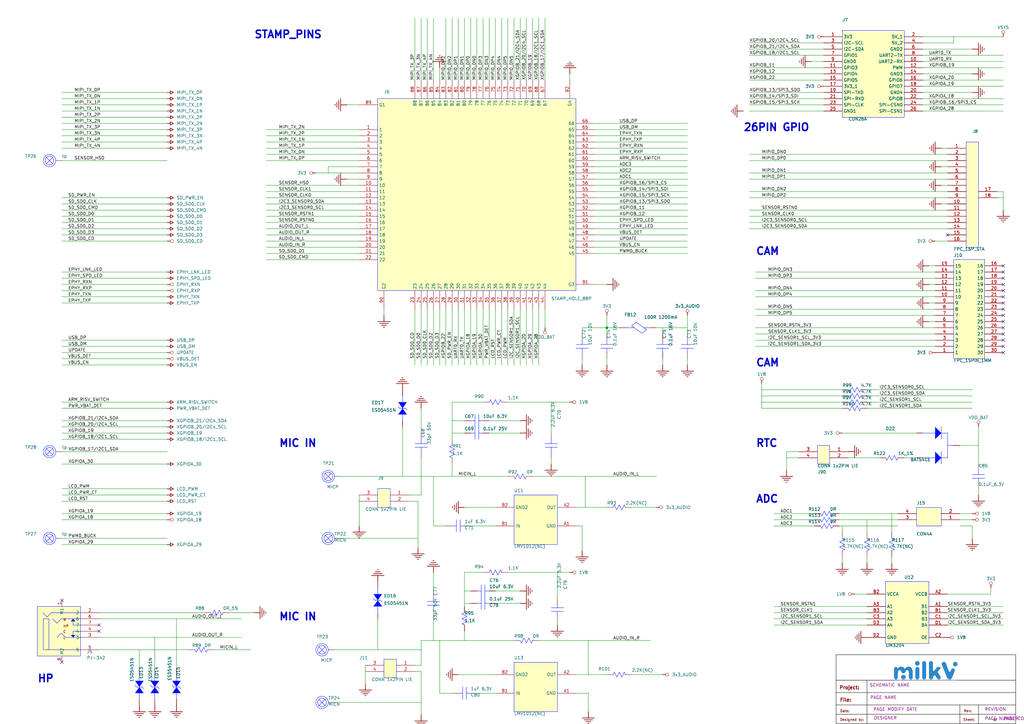
<source format=kicad_sch>
(kicad_sch (version 20250114) (generator "eeschema") (generator_version "9.0")
  (paper "User" 419.989 297.002)
  (title_block (rev "1.1"))
  (text "MIC IN" (at 114.3 183.7182 0) (effects (font (size 3.048 3.048) (thickness 0.6096) (bold yes)) (justify left bottom)))
  (text "MIC IN" (at 114.3 254.8382 0) (effects (font (size 3.048 3.048) (thickness 0.6096) (bold yes)) (justify left bottom)))
  (text "26PIN GPIO" (at 304.8 54.1782 0) (effects (font (size 3.048 3.048) (thickness 0.6096) (bold yes)) (justify left bottom)))
  (text "ADC" (at 309.88 206.5782 0) (effects (font (size 3.048 3.048) (thickness 0.6096) (bold yes)) (justify left bottom)))
  (text "CAM" (at 309.88 104.9782 0) (effects (font (size 3.048 3.048) (thickness 0.6096) (bold yes)) (justify left bottom)))
  (text "RTC" (at 309.88 183.7182 0) (effects (font (size 3.048 3.048) (thickness 0.6096) (bold yes)) (justify left bottom)))
  (text "CAM" (at 309.88 150.6982 0) (effects (font (size 3.048 3.048) (thickness 0.6096) (bold yes)) (justify left bottom)))
  (text "HP" (at 15.24 280.2382 0) (effects (font (size 3.048 3.048) (thickness 0.6096) (bold yes)) (justify left bottom)))
  (text "STAMP_PINS" (at 104.14 16.0782 0) (effects (font (size 3.048 3.048) (thickness 0.6096) (bold yes)) (justify left bottom)))
  (junction (at 248.92 134.4422))
  (no_connect (at 25.4 271.6022))
  (no_connect (at 411.48 126.8222))
  (no_connect (at 25.4 246.2022))
  (no_connect (at 388.62 96.3422))
  (no_connect (at 411.48 129.3622))
  (no_connect (at 411.48 134.4422))
  (no_connect (at 411.48 119.2022))
  (no_connect (at 411.48 109.0422))
  (no_connect (at 411.48 142.0622))
  (no_connect (at 411.48 124.2822))
  (no_connect (at 411.48 136.9822))
  (no_connect (at 411.48 131.9022))
  (no_connect (at 411.48 121.7422))
  (no_connect (at 411.48 144.6022))
  (no_connect (at 40.64 256.3622))
  (no_connect (at 40.64 258.9022))
  (no_connect (at 411.48 139.5222))
  (no_connect (at 411.48 111.5822))
  (no_connect (at 411.48 114.1222))
  (no_connect (at 411.48 116.6622))
  (wire (pts (xy 337.82 45.5422) (xy 307.34 45.5422)))
  (wire (pts (xy 185.42 177.6222) (xy 190.5 177.6222)))
  (wire (pts (xy 68.58 180.1622) (xy 25.4 180.1622)))
  (wire (pts (xy 68.58 65.8622) (xy 25.4 65.8622)))
  (wire (pts (xy 208.28 164.9222) (xy 233.68 164.9222)))
  (wire (pts (xy 218.44 195.4022) (xy 269.24 195.4022)))
  (wire (pts (xy 172.72 272.8722) (xy 172.72 266.5222)))
  (wire (pts (xy 147.32 91.2622) (xy 109.22 91.2622)))
  (wire (pts (xy 182.88 215.7222) (xy 177.8 215.7222)))
  (wire (pts (xy 228.6 256.3622) (xy 228.6 255.0922)))
  (wire (pts (xy 193.04 149.6822) (xy 193.04 126.8222)))
  (wire (pts (xy 175.26 32.8422) (xy 175.26 7.4422)))
  (wire (pts (xy 383.54 111.5822) (xy 309.88 111.5822)))
  (wire (pts (xy 68.58 185.2422) (xy 25.4 185.2422)))
  (wire (pts (xy 68.58 60.7822) (xy 25.4 60.7822)))
  (wire (pts (xy 388.62 81.1022) (xy 307.34 81.1022)))
  (wire (pts (xy 172.72 203.0222) (xy 172.72 195.4022)))
  (wire (pts (xy 334.01 213.1822) (xy 317.5 213.1822)))
  (wire (pts (xy 248.92 134.4422) (xy 238.76 134.4422)))
  (wire (pts (xy 411.48 248.7422) (xy 388.62 248.7422)))
  (wire (pts (xy 388.62 86.1822) (xy 307.34 86.1822)))
  (wire (pts (xy 68.58 200.4822) (xy 25.4 200.4822)))
  (wire (pts (xy 388.62 93.8022) (xy 307.34 93.8022)))
  (wire (pts (xy 238.76 215.7222) (xy 236.22 215.7222)))
  (wire (pts (xy 398.78 162.3822) (xy 355.6 162.3822)))
  (wire (pts (xy 203.2 215.7222) (xy 193.04 215.7222)))
  (wire (pts (xy 190.5 149.6822) (xy 190.5 126.8222)))
  (wire (pts (xy 411.48 22.6822) (xy 378.46 22.6822)))
  (wire (pts (xy 406.4 241.1222) (xy 406.4 243.6622)))
  (wire (pts (xy 337.82 25.2222) (xy 332.74 25.2222)))
  (wire (pts (xy 170.18 32.8422) (xy 170.18 7.4422)))
  (wire (pts (xy 68.58 55.7022) (xy 25.4 55.7022)))
  (wire (pts (xy 147.32 103.9622) (xy 109.22 103.9622)))
  (wire (pts (xy 68.58 119.2022) (xy 25.4 119.2022)))
  (wire (pts (xy 147.32 215.7222) (xy 147.32 203.0222)))
  (wire (pts (xy 398.78 159.8422) (xy 355.6 159.8422)))
  (wire (pts (xy 281.94 58.2422) (xy 243.84 58.2422)))
  (wire (pts (xy 411.48 27.7622) (xy 378.46 27.7622)))
  (wire (pts (xy 215.9 126.8222) (xy 215.9 149.6822)))
  (wire (pts (xy 411.48 32.8422) (xy 378.46 32.8422)))
  (wire (pts (xy 248.92 149.6822) (xy 248.92 147.1422)))
  (wire (pts (xy 327.66 187.7822) (xy 322.58 187.7822)))
  (wire (pts (xy 345.44 164.9222) (xy 312.42 164.9222)))
  (wire (pts (xy 220.98 149.6822) (xy 220.98 126.8222)))
  (wire (pts (xy 240.03 208.1022) (xy 240.03 195.4022)))
  (wire (pts (xy 281.94 73.4822) (xy 243.84 73.4822)))
  (wire (pts (xy 187.96 149.6822) (xy 187.96 126.8222)))
  (wire (pts (xy 281.94 60.7822) (xy 243.84 60.7822)))
  (wire (pts (xy 185.42 180.1622) (xy 185.42 177.6222)))
  (wire (pts (xy 213.36 149.6822) (xy 213.36 126.8222)))
  (wire (pts (xy 68.58 98.8822) (xy 25.4 98.8822)))
  (wire (pts (xy 147.32 43.0022) (xy 142.24 43.0022)))
  (wire (pts (xy 322.58 185.2422) (xy 327.66 185.2422)))
  (wire (pts (xy 337.82 40.4622) (xy 307.34 40.4622)))
  (wire (pts (xy 68.58 121.7422) (xy 25.4 121.7422)))
  (wire (pts (xy 406.4 243.6622) (xy 388.62 243.6622)))
  (wire (pts (xy 154.94 266.5222) (xy 154.94 253.8222)))
  (wire (pts (xy 149.86 280.4922) (xy 149.86 272.8722)))
  (wire (pts (xy 195.58 32.8422) (xy 195.58 7.4422)))
  (wire (pts (xy 401.32 190.3222) (xy 401.32 182.7022)))
  (wire (pts (xy 200.66 149.6822) (xy 200.66 126.8222)))
  (wire (pts (xy 198.12 149.6822) (xy 198.12 126.8222)))
  (wire (pts (xy 68.58 124.2822) (xy 25.4 124.2822)))
  (wire (pts (xy 63.5 274.1422) (xy 63.5 261.4422)))
  (wire (pts (xy 383.54 136.9822) (xy 309.88 136.9822)))
  (wire (pts (xy 355.6 248.7422) (xy 317.5 248.7422)))
  (wire (pts (xy 68.58 40.4622) (xy 25.4 40.4622)))
  (wire (pts (xy 223.52 134.4422) (xy 223.52 126.8222)))
  (wire (pts (xy 177.8 262.7122) (xy 177.8 252.5522)))
  (wire (pts (xy 388.62 73.4822) (xy 307.34 73.4822)))
  (wire (pts (xy 383.54 109.0422) (xy 381 109.0422)))
  (wire (pts (xy 40.64 266.5222) (xy 77.47 266.5222)))
  (wire (pts (xy 68.58 175.0822) (xy 25.4 175.0822)))
  (wire (pts (xy 411.48 43.0022) (xy 378.46 43.0022)))
  (wire (pts (xy 68.58 172.5422) (xy 25.4 172.5422)))
  (wire (pts (xy 388.62 88.7222) (xy 307.34 88.7222)))
  (wire (pts (xy 129.54 70.9422) (xy 147.32 70.9422)))
  (wire (pts (xy 383.54 116.6622) (xy 381 116.6622)))
  (wire (pts (xy 68.58 83.6422) (xy 25.4 83.6422)))
  (wire (pts (xy 398.78 210.6422) (xy 393.7 210.6422)))
  (wire (pts (xy 345.44 230.9622) (xy 345.44 228.4222)))
  (wire (pts (xy 171.45 205.5622) (xy 167.64 205.5622)))
  (wire (pts (xy 337.82 37.9222) (xy 307.34 37.9222)))
  (wire (pts (xy 68.58 223.3422) (xy 25.4 223.3422)))
  (wire (pts (xy 147.32 106.5022) (xy 109.22 106.5022)))
  (wire (pts (xy 68.58 139.5222) (xy 25.4 139.5222)))
  (wire (pts (xy 411.48 256.3622) (xy 388.62 256.3622)))
  (wire (pts (xy 226.06 177.6222) (xy 226.06 164.9222)))
  (wire (pts (xy 281.94 65.8622) (xy 243.84 65.8622)))
  (wire (pts (xy 378.46 15.0622) (xy 411.48 15.0622)))
  (wire (pts (xy 383.54 131.9022) (xy 381 131.9022)))
  (wire (pts (xy 68.58 190.3222) (xy 25.4 190.3222)))
  (wire (pts (xy 398.78 215.7222) (xy 393.7 215.7222)))
  (wire (pts (xy 177.8 32.8422) (xy 177.8 7.4422)))
  (wire (pts (xy 190.5 247.4722) (xy 190.5 242.3922)))
  (wire (pts (xy 411.48 81.1022) (xy 408.94 81.1022)))
  (wire (pts (xy 383.54 126.8222) (xy 309.88 126.8222)))
  (wire (pts (xy 147.32 60.7822) (xy 109.22 60.7822)))
  (wire (pts (xy 57.15 274.1422) (xy 57.15 266.5222)))
  (wire (pts (xy 398.78 213.1822) (xy 393.7 213.1822)))
  (wire (pts (xy 72.39 274.1422) (xy 72.39 253.8222)))
  (wire (pts (xy 281.94 93.8022) (xy 243.84 93.8022)))
  (wire (pts (xy 68.58 177.6222) (xy 25.4 177.6222)))
  (wire (pts (xy 177.8 215.7222) (xy 177.8 195.4022)))
  (wire (pts (xy 401.32 175.0822) (xy 401.32 182.7022)))
  (wire (pts (xy 375.92 177.6222) (xy 345.44 177.6222)))
  (wire (pts (xy 68.58 88.7222) (xy 25.4 88.7222)))
  (wire (pts (xy 241.3 276.6822) (xy 241.3 262.7122)))
  (wire (pts (xy 180.34 262.7122) (xy 210.82 262.7122)))
  (wire (pts (xy 281.94 91.2622) (xy 243.84 91.2622)))
  (wire (pts (xy 198.12 32.8422) (xy 198.12 7.4422)))
  (wire (pts (xy 344.17 213.1822) (xy 368.3 213.1822)))
  (wire (pts (xy 411.48 78.5622) (xy 408.94 78.5622)))
  (wire (pts (xy 281.94 83.6422) (xy 243.84 83.6422)))
  (wire (pts (xy 213.36 247.4722) (xy 203.2 247.4722)))
  (wire (pts (xy 198.12 164.9222) (xy 185.42 164.9222)))
  (wire (pts (xy 355.6 253.8222) (xy 317.5 253.8222)))
  (wire (pts (xy 172.72 195.4022) (xy 165.1 195.4022)))
  (wire (pts (xy 337.82 27.7622) (xy 307.34 27.7622)))
  (wire (pts (xy 68.58 91.2622) (xy 25.4 91.2622)))
  (wire (pts (xy 185.42 32.8422) (xy 185.42 7.4422)))
  (wire (pts (xy 271.78 276.6822) (xy 259.08 276.6822)))
  (wire (pts (xy 241.3 276.6822) (xy 236.22 276.6822)))
  (wire (pts (xy 185.42 164.9222) (xy 185.42 172.5422)))
  (wire (pts (xy 355.6 230.9622) (xy 355.6 228.4222)))
  (wire (pts (xy 68.58 45.5422) (xy 25.4 45.5422)))
  (wire (pts (xy 398.78 37.9222) (xy 378.46 37.9222)))
  (wire (pts (xy 213.36 242.3922) (xy 203.2 242.3922)))
  (wire (pts (xy 205.74 32.8422) (xy 205.74 7.4422)))
  (wire (pts (xy 182.88 126.8222) (xy 182.88 149.6822)))
  (wire (pts (xy 312.42 164.9222) (xy 312.42 162.3822)))
  (wire (pts (xy 391.16 15.0622) (xy 391.16 17.6022)))
  (wire (pts (xy 236.22 208.1022) (xy 248.92 208.1022)))
  (wire (pts (xy 218.44 32.8422) (xy 218.44 7.4422)))
  (wire (pts (xy 375.92 187.7822) (xy 370.84 187.7822)))
  (wire (pts (xy 171.45 224.6122) (xy 171.45 205.5622)))
  (wire (pts (xy 177.8 149.6822) (xy 177.8 126.8222)))
  (wire (pts (xy 281.94 103.9622) (xy 243.84 103.9622)))
  (wire (pts (xy 337.82 17.6022) (xy 307.34 17.6022)))
  (wire (pts (xy 68.58 93.8022) (xy 25.4 93.8022)))
  (wire (pts (xy 68.58 48.0822) (xy 25.4 48.0822)))
  (wire (pts (xy 337.82 22.6822) (xy 307.34 22.6822)))
  (wire (pts (xy 312.42 157.3022) (xy 312.42 159.8422)))
  (wire (pts (xy 281.94 68.4022) (xy 243.84 68.4022)))
  (wire (pts (xy 337.82 30.3022) (xy 307.34 30.3022)))
  (wire (pts (xy 68.58 149.6822) (xy 25.4 149.6822)))
  (wire (pts (xy 411.48 25.2222) (xy 378.46 25.2222)))
  (wire (pts (xy 391.16 17.6022) (xy 378.46 17.6022)))
  (wire (pts (xy 337.82 20.1422) (xy 307.34 20.1422)))
  (wire (pts (xy 220.98 32.8422) (xy 220.98 7.4422)))
  (wire (pts (xy 137.16 266.5222) (xy 154.94 266.5222)))
  (wire (pts (xy 193.04 242.3922) (xy 190.5 242.3922)))
  (wire (pts (xy 388.62 63.3222) (xy 307.34 63.3222)))
  (wire (pts (xy 68.58 37.9222) (xy 25.4 37.9222)))
  (wire (pts (xy 210.82 32.8422) (xy 210.82 7.4422)))
  (wire (pts (xy 355.6 251.2822) (xy 317.5 251.2822)))
  (wire (pts (xy 269.24 134.4422) (xy 281.94 134.4422)))
  (wire (pts (xy 411.48 45.5422) (xy 378.46 45.5422)))
  (wire (pts (xy 154.94 266.5222) (xy 172.72 266.5222)))
  (wire (pts (xy 281.94 96.3422) (xy 243.84 96.3422)))
  (wire (pts (xy 213.36 172.5422) (xy 200.66 172.5422)))
  (wire (pts (xy 398.78 220.8022) (xy 398.78 215.7222)))
  (wire (pts (xy 383.54 134.4422) (xy 309.88 134.4422)))
  (wire (pts (xy 40.64 261.4422) (xy 99.06 261.4422)))
  (wire (pts (xy 210.82 149.6822) (xy 210.82 126.8222)))
  (wire (pts (xy 147.32 83.6422) (xy 109.22 83.6422)))
  (wire (pts (xy 203.2 208.1022) (xy 190.5 208.1022)))
  (wire (pts (xy 193.04 247.4722) (xy 190.5 247.4722)))
  (wire (pts (xy 411.48 253.8222) (xy 388.62 253.8222)))
  (wire (pts (xy 147.32 88.7222) (xy 109.22 88.7222)))
  (wire (pts (xy 203.2 149.6822) (xy 203.2 126.8222)))
  (wire (pts (xy 190.5 32.8422) (xy 190.5 7.4422)))
  (wire (pts (xy 398.78 164.9222) (xy 355.6 164.9222)))
  (wire (pts (xy 190.5 234.7722) (xy 198.12 234.7722)))
  (wire (pts (xy 248.92 134.4422) (xy 248.92 129.3622)))
  (wire (pts (xy 398.78 20.1422) (xy 378.46 20.1422)))
  (wire (pts (xy 388.62 91.2622) (xy 307.34 91.2622)))
  (wire (pts (xy 365.76 230.9622) (xy 365.76 228.4222)))
  (wire (pts (xy 175.26 126.8222) (xy 175.26 149.6822)))
  (wire (pts (xy 388.62 68.4022) (xy 386.08 68.4022)))
  (wire (pts (xy 147.32 81.1022) (xy 109.22 81.1022)))
  (wire (pts (xy 233.68 32.8422) (xy 233.68 30.3022)))
  (wire (pts (xy 208.28 234.7722) (xy 233.68 234.7722)))
  (wire (pts (xy 411.48 35.3822) (xy 378.46 35.3822)))
  (wire (pts (xy 388.62 65.8622) (xy 307.34 65.8622)))
  (wire (pts (xy 147.32 98.8822) (xy 109.22 98.8822)))
  (wire (pts (xy 241.3 291.9222) (xy 241.3 284.3022)))
  (wire (pts (xy 203.2 32.8422) (xy 203.2 7.4422)))
  (wire (pts (xy 40.64 253.8222) (xy 99.06 253.8222)))
  (wire (pts (xy 218.44 149.6822) (xy 218.44 126.8222)))
  (wire (pts (xy 185.42 195.4022) (xy 185.42 190.3222)))
  (wire (pts (xy 147.32 65.8622) (xy 109.22 65.8622)))
  (wire (pts (xy 383.54 139.5222) (xy 309.88 139.5222)))
  (wire (pts (xy 398.78 167.4622) (xy 355.6 167.4622)))
  (wire (pts (xy 170.18 272.8722) (xy 172.72 272.8722)))
  (wire (pts (xy 223.52 32.8422) (xy 223.52 7.4422)))
  (wire (pts (xy 200.66 32.8422) (xy 200.66 7.4422)))
  (wire (pts (xy 68.58 144.6022) (xy 25.4 144.6022)))
  (wire (pts (xy 203.2 284.3022) (xy 195.58 284.3022)))
  (wire (pts (xy 281.94 55.7022) (xy 243.84 55.7022)))
  (wire (pts (xy 68.58 86.1822) (xy 25.4 86.1822)))
  (wire (pts (xy 68.58 205.5622) (xy 25.4 205.5622)))
  (wire (pts (xy 177.8 242.3922) (xy 177.8 234.7722)))
  (wire (pts (xy 401.32 203.0222) (xy 401.32 200.4822)))
  (wire (pts (xy 281.94 63.3222) (xy 243.84 63.3222)))
  (wire (pts (xy 383.54 142.0622) (xy 309.88 142.0622)))
  (wire (pts (xy 205.74 149.6822) (xy 205.74 126.8222)))
  (wire (pts (xy 68.58 53.1622) (xy 25.4 53.1622)))
  (wire (pts (xy 185.42 177.6222) (xy 185.42 172.5422)))
  (wire (pts (xy 383.54 121.7422) (xy 309.88 121.7422)))
  (wire (pts (xy 172.72 288.1122) (xy 137.16 288.1122)))
  (wire (pts (xy 215.9 32.8422) (xy 215.9 7.4422)))
  (wire (pts (xy 388.62 76.0222) (xy 386.08 76.0222)))
  (wire (pts (xy 172.72 195.4022) (xy 177.8 195.4022)))
  (wire (pts (xy 147.32 53.1622) (xy 109.22 53.1622)))
  (wire (pts (xy 83.82 251.2822) (xy 40.64 251.2822)))
  (wire (pts (xy 193.04 32.8422) (xy 193.04 7.4422)))
  (wire (pts (xy 180.34 284.3022) (xy 180.34 262.7122)))
  (wire (pts (xy 238.76 149.6822) (xy 238.76 147.1422)))
  (wire (pts (xy 147.32 55.7022) (xy 109.22 55.7022)))
  (wire (pts (xy 213.36 177.6222) (xy 200.66 177.6222)))
  (wire (pts (xy 345.44 218.2622) (xy 345.44 215.7222)))
  (wire (pts (xy 147.32 63.3222) (xy 109.22 63.3222)))
  (wire (pts (xy 172.72 149.6822) (xy 172.72 126.8222)))
  (wire (pts (xy 68.58 43.0022) (xy 25.4 43.0022)))
  (wire (pts (xy 281.94 78.5622) (xy 243.84 78.5622)))
  (wire (pts (xy 383.54 124.2822) (xy 381 124.2822)))
  (wire (pts (xy 411.48 86.1822) (xy 411.48 78.5622)))
  (wire (pts (xy 312.42 159.8422) (xy 345.44 159.8422)))
  (wire (pts (xy 266.7 262.7122) (xy 241.3 262.7122)))
  (wire (pts (xy 383.54 129.3622) (xy 309.88 129.3622)))
  (wire (pts (xy 388.62 60.7822) (xy 386.08 60.7822)))
  (wire (pts (xy 177.8 195.4022) (xy 208.28 195.4022)))
  (wire (pts (xy 388.62 70.9422) (xy 307.34 70.9422)))
  (wire (pts (xy 147.32 86.1822) (xy 109.22 86.1822)))
  (wire (pts (xy 271.78 136.9822) (xy 271.78 134.4422)))
  (wire (pts (xy 203.2 276.6822) (xy 187.96 276.6822)))
  (wire (pts (xy 208.28 149.6822) (xy 208.28 126.8222)))
  (wire (pts (xy 281.94 98.8822) (xy 243.84 98.8822)))
  (wire (pts (xy 147.32 73.4822) (xy 142.24 73.4822)))
  (wire (pts (xy 228.6 244.9322) (xy 228.6 234.7722)))
  (wire (pts (xy 172.72 266.5222) (xy 172.72 262.7122)))
  (wire (pts (xy 172.72 293.1922) (xy 172.72 275.4122)))
  (wire (pts (xy 104.14 251.2822) (xy 93.98 251.2822)))
  (wire (pts (xy 165.1 195.4022) (xy 139.7 195.4022)))
  (wire (pts (xy 147.32 93.8022) (xy 109.22 93.8022)))
  (wire (pts (xy 281.94 136.9822) (xy 281.94 129.3622)))
  (wire (pts (xy 68.58 164.9222) (xy 25.4 164.9222)))
  (wire (pts (xy 383.54 114.1222) (xy 309.88 114.1222)))
  (wire (pts (xy 187.96 32.8422) (xy 187.96 7.4422)))
  (wire (pts (xy 147.32 96.3422) (xy 109.22 96.3422)))
  (wire (pts (xy 281.94 70.9422) (xy 243.84 70.9422)))
  (wire (pts (xy 167.64 203.0222) (xy 172.72 203.0222)))
  (wire (pts (xy 312.42 162.3822) (xy 312.42 159.8422)))
  (wire (pts (xy 68.58 210.6422) (xy 25.4 210.6422)))
  (wire (pts (xy 254 134.4422) (xy 248.92 134.4422)))
  (wire (pts (xy 68.58 147.1422) (xy 25.4 147.1422)))
  (wire (pts (xy 383.54 119.2022) (xy 309.88 119.2022)))
  (wire (pts (xy 355.6 256.3622) (xy 317.5 256.3622)))
  (wire (pts (xy 281.94 76.0222) (xy 243.84 76.0222)))
  (wire (pts (xy 68.58 116.6622) (xy 25.4 116.6622)))
  (wire (pts (xy 165.1 175.0822) (xy 165.1 195.4022)))
  (wire (pts (xy 68.58 220.8022) (xy 25.4 220.8022)))
  (wire (pts (xy 355.6 218.2622) (xy 355.6 213.1822)))
  (wire (pts (xy 147.32 78.5622) (xy 109.22 78.5622)))
  (wire (pts (xy 208.28 32.8422) (xy 208.28 7.4422)))
  (wire (pts (xy 180.34 149.6822) (xy 180.34 126.8222)))
  (wire (pts (xy 344.17 210.6422) (xy 368.3 210.6422)))
  (wire (pts (xy 345.44 162.3822) (xy 312.42 162.3822)))
  (wire (pts (xy 182.88 32.8422) (xy 182.88 7.4422)))
  (wire (pts (xy 68.58 58.2422) (xy 25.4 58.2422)))
  (wire (pts (xy 337.82 43.0022) (xy 307.34 43.0022)))
  (wire (pts (xy 185.42 149.6822) (xy 185.42 126.8222)))
  (wire (pts (xy 355.6 243.6622) (xy 350.52 243.6622)))
  (wire (pts (xy 322.58 187.7822) (xy 322.58 185.2422)))
  (wire (pts (xy 241.3 284.3022) (xy 236.22 284.3022)))
  (wire (pts (xy 312.42 167.4622) (xy 312.42 164.9222)))
  (wire (pts (xy 190.5 247.4722) (xy 190.5 248.7422)))
  (wire (pts (xy 281.94 50.6222) (xy 243.84 50.6222)))
  (wire (pts (xy 190.5 242.3922) (xy 190.5 234.7722)))
  (wire (pts (xy 401.32 182.7022) (xy 393.7 182.7022)))
  (wire (pts (xy 388.62 78.5622) (xy 307.34 78.5622)))
  (wire (pts (xy 171.45 220.8022) (xy 139.7 220.8022)))
  (wire (pts (xy 170.18 149.6822) (xy 170.18 126.8222)))
  (wire (pts (xy 344.17 215.7222) (xy 368.3 215.7222)))
  (wire (pts (xy 388.62 98.8822) (xy 383.54 98.8822)))
  (wire (pts (xy 68.58 50.6222) (xy 25.4 50.6222)))
  (wire (pts (xy 271.78 149.6822) (xy 271.78 147.1422)))
  (wire (pts (xy 365.76 218.2622) (xy 365.76 210.6422)))
  (wire (pts (xy 388.62 83.6422) (xy 386.08 83.6422)))
  (wire (pts (xy 68.58 167.4622) (xy 25.4 167.4622)))
  (wire (pts (xy 147.32 101.4222) (xy 109.22 101.4222)))
  (wire (pts (xy 345.44 167.4622) (xy 312.42 167.4622)))
  (wire (pts (xy 68.58 203.0222) (xy 25.4 203.0222)))
  (wire (pts (xy 195.58 149.6822) (xy 195.58 126.8222)))
  (wire (pts (xy 238.76 134.4422) (xy 238.76 136.9822)))
  (wire (pts (xy 334.01 215.7222) (xy 317.5 215.7222)))
  (wire (pts (xy 281.94 81.1022) (xy 243.84 81.1022)))
  (wire (pts (xy 281.94 101.4222) (xy 243.84 101.4222)))
  (wire (pts (xy 337.82 32.8422) (xy 307.34 32.8422)))
  (wire (pts (xy 411.48 40.4622) (xy 378.46 40.4622)))
  (wire (pts (xy 172.72 32.8422) (xy 172.72 7.4422)))
  (wire (pts (xy 411.48 251.2822) (xy 388.62 251.2822)))
  (wire (pts (xy 248.92 116.6622) (xy 243.84 116.6622)))
  (wire (pts (xy 68.58 213.1822) (xy 25.4 213.1822)))
  (wire (pts (xy 226.06 190.3222) (xy 226.06 187.7822)))
  (wire (pts (xy 172.72 177.6222) (xy 172.72 167.4622)))
  (wire (pts (xy 213.36 32.8422) (xy 213.36 7.4422)))
  (wire (pts (xy 68.58 81.1022) (xy 25.4 81.1022)))
  (wire (pts (xy 238.76 225.8822) (xy 238.76 215.7222)))
  (wire (pts (xy 281.94 86.1822) (xy 243.84 86.1822)))
  (wire (pts (xy 102.87 266.5222) (xy 87.63 266.5222)))
  (wire (pts (xy 281.94 149.6822) (xy 281.94 147.1422)))
  (wire (pts (xy 360.68 187.7822) (xy 347.98 187.7822)))
  (wire (pts (xy 68.58 114.1222) (xy 25.4 114.1222)))
  (wire (pts (xy 68.58 142.0622) (xy 25.4 142.0622)))
  (wire (pts (xy 248.92 276.6822) (xy 241.3 276.6822)))
  (wire (pts (xy 241.3 262.7122) (xy 220.98 262.7122)))
  (wire (pts (xy 248.92 136.9822) (xy 248.92 134.4422)))
  (wire (pts (xy 172.72 262.7122) (xy 180.34 262.7122)))
  (wire (pts (xy 269.24 208.1022) (xy 259.08 208.1022)))
  (wire (pts (xy 322.58 192.8622) (xy 322.58 187.7822)))
  (wire (pts (xy 398.78 30.3022) (xy 378.46 30.3022)))
  (wire (pts (xy 172.72 187.7822) (xy 172.72 195.4022)))
  (wire (pts (xy 180.34 32.8422) (xy 180.34 27.7622)))
  (wire (pts (xy 134.62 68.4022) (xy 147.32 68.4022)))
  (wire (pts (xy 185.42 284.3022) (xy 180.34 284.3022)))
  (wire (pts (xy 134.62 70.9422) (xy 134.62 68.4022)))
  (wire (pts (xy 147.32 76.0222) (xy 109.22 76.0222)))
  (wire (pts (xy 281.94 53.1622) (xy 243.84 53.1622)))
  (wire (pts (xy 172.72 275.4122) (xy 170.18 275.4122)))
  (wire (pts (xy 157.48 129.3622) (xy 157.48 126.8222)))
  (wire (pts (xy 281.94 88.7222) (xy 243.84 88.7222)))
  (wire (pts (xy 147.32 58.2422) (xy 109.22 58.2422)))
  (wire (pts (xy 68.58 96.3422) (xy 25.4 96.3422)))
  (wire (pts (xy 185.42 172.5422) (xy 190.5 172.5422)))
  (wire (pts (xy 190.5 262.7122) (xy 190.5 258.9022)))
  (wire (pts (xy 334.01 210.6422) (xy 317.5 210.6422)))
  (wire (pts (xy 68.58 111.5822) (xy 25.4 111.5822)))
  (image (at 379.73 274.9042) (scale 0.289394))
  (label "XGPIOB_11" (at 307.34 27.7622 0))
  (label "SD_SD0_CMD" (at 27.94 86.1822 0))
  (label "XGPIOA_28" (at 220.98 147.1422 90))
  (label "VBUS_EN" (at 254 101.4222 0))
  (label "SD_SD0_CD" (at 170.18 147.1422 90))
  (label "MIPI_TX_2N" (at 114.3 53.1622 0))
  (label "SENSOR_CLK0" (at 114.3 81.1022 0))
  (label "SENSOR_RSTN0" (at 114.3 91.2622 0))
  (label "SENSOR_CLK1" (at 114.3 78.5622 0))
  (label "MIPI0_DP1" (at 187.96 32.8422 90))
  (label "PWM0_BUCK" (at 27.94 220.8022 0))
  (label "SD_SD0_D2" (at 177.8 147.1422 90))
  (label "XGPIOA_18" (at 193.04 147.1422 90))
  (label "MIPI0_DN0" (at 195.58 32.8422 90))
  (label "SENSOR_RSTN_3V3" (at 314.96 134.4422 0))
  (label "I2C_SENSOR1_SDA_3V3" (at 388.62 256.3622 0))
  (label "LCD_RST" (at 27.94 205.5622 0))
  (label "LCD_PWM" (at 208.28 147.1422 90))
  (label "MIPI0_DP2" (at 312.42 81.1022 0))
  (label "XGPIOB_17/I2C1_SDA" (at 223.52 32.8422 90))
  (label "I2C_SENSOR1_SDA_3V3" (at 314.96 142.0622 0))
  (label "XGPIOB_22" (at 307.34 32.8422 0))
  (label "AUDIO_OUT_L" (at 114.3 93.8022 0))
  (label "I2C3_SENSOR0_SCL" (at 114.3 86.1822 0))
  (label "SENSOR_CLK0" (at 312.42 88.7222 0))
  (label "MIPI0_DP1" (at 312.42 73.4822 0))
  (label "MIPI_TX_0P" (at 30.48 37.9222 0))
  (label "XGPIOA_19" (at 381 35.3822 0))
  (label "UART0_RX" (at 381 25.2222 0))
  (label "I2C3_SENSOR0_SDA" (at 360.68 162.3822 0))
  (label "SD_SD0_CMD" (at 114.3 106.5022 0))
  (label "MIPI_TX_2P" (at 30.48 48.0822 0))
  (label "SD_SD0_D1" (at 27.94 91.2622 0))
  (label "MIPI_TX_2N" (at 30.48 50.6222 0))
  (label "XGPIOB_20/I2C4_SCL" (at 27.94 175.0822 0))
  (label "MIPI0_DN4" (at 314.96 119.2022 0))
  (label "SENSOR_RSTN1" (at 320.04 248.7422 0))
  (label "MIPI0_DP3" (at 314.96 114.1222 0))
  (label "SENSOR_HS0" (at 30.48 65.8622 0))
  (label "SENSOR_HS0" (at 114.3 76.0222 0))
  (label "VBUS_DET" (at 254 96.3422 0))
  (label "I2C3_SENSOR0_SDA" (at 312.42 93.8022 0))
  (label "MIPI_TX_3N" (at 30.48 55.7022 0))
  (label "ARM_RISV_SWITCH" (at 27.94 164.9222 0))
  (label "MIPI_TX_4P" (at 175.26 32.8422 90))
  (label "USB_DP" (at 254 50.6222 0))
  (label "MIPI0_DP3" (at 198.12 32.8422 90))
  (label "XGPIOB_12" (at 307.34 30.3022 0))
  (label "ADC2" (at 254 70.9422 0))
  (label "AUDIO_IN_L" (at 251.46 195.4022 0))
  (label "SENSOR_RSTN_3V3" (at 388.62 248.7422 0))
  (label "ADC1" (at 320.04 210.6422 0))
  (label "PWR_VBAT_DET" (at 200.66 147.1422 90))
  (label "MIPI_TX_4N" (at 30.48 60.7822 0))
  (label "MIPI_TX_1N" (at 30.48 45.5422 0))
  (label "XGPIOB_19" (at 27.94 177.6222 0))
  (label "XGPIOB_19" (at 381 27.7622 0))
  (label "MIPI0_DP5" (at 314.96 129.3622 0))
  (label "AUDIO_OUT_L" (at 78.74 253.8222 0))
  (label "VBUS_EN" (at 27.94 149.6822 0))
  (label "MIPI0_DN5" (at 210.82 32.8422 90))
  (label "I2C_SENSOR1_SDA" (at 210.82 147.1422 90))
  (label "LCD_PWR_CT" (at 27.94 203.0222 0))
  (label "MIPI0_DP5" (at 208.28 32.8422 90))
  (label "MIPI_TX_0P" (at 114.3 65.8622 0))
  (label "I2C_SENSOR1_SCL" (at 213.36 147.1422 90))
  (label "XGPIOB_16/SPI3_CS" (at 254 76.0222 0))
  (label "SENSOR_RSTN1" (at 114.3 88.7222 0))
  (label "SENSOR_RSTN0" (at 312.42 86.1822 0))
  (label "SD_SD0_D2" (at 27.94 93.8022 0))
  (label "XGPIOB_19" (at 218.44 32.8422 90))
  (label "EPHY_RXP" (at 27.94 119.2022 0))
  (label "I2C3_SENSOR0_SCL" (at 312.42 91.2622 0))
  (label "I2C_SENSOR1_SDA" (at 360.68 167.4622 0))
  (label "I2C_SENSOR1_SCL" (at 320.04 253.8222 0))
  (label "XGPIOA_19" (at 27.94 210.6422 0))
  (label "XGPIOA_18" (at 27.94 213.1822 0))
  (label "EPHY_TXP" (at 27.94 124.2822 0))
  (label "MIPI_TX_1P" (at 30.48 43.0022 0))
  (label "XGPIOB_22" (at 182.88 147.1422 90))
  (label "XGPIOA_18" (at 381 40.4622 0))
  (label "MIPI0_DP0" (at 193.04 32.8422 90))
  (label "AUDIO_OUT_R" (at 78.74 261.4422 0))
  (label "SD_PWR_EN" (at 185.42 147.1422 90))
  (label "MIPI_TX_4P" (at 30.48 58.2422 0))
  (label "XGPIOA_30" (at 27.94 190.3222 0))
  (label "MIPI_TX_3N" (at 172.72 32.8422 90))
  (label "MIPI0_DN3" (at 314.96 111.5822 0))
  (label "MIPI0_DN3" (at 200.66 32.8422 90))
  (label "PWM0_BUCK" (at 254 103.9622 0))
  (label "UART0_RX" (at 187.96 147.1422 90))
  (label "USB_DP" (at 27.94 139.5222 0))
  (label "EPHY_TXN" (at 254 55.7022 0))
  (label "PWR_VBAT_DET" (at 27.94 167.4622 0))
  (label "UPDATE" (at 27.94 144.6022 0))
  (label "USB_DM" (at 27.94 142.0622 0))
  (label "XGPIOA_29" (at 218.44 147.1422 90))
  (label "EPHY_TXP" (at 254 58.2422 0))
  (label "MIPI_TX_1N" (at 114.3 58.2422 0))
  (label "XGPIOB_14/SPI3_SDI" (at 254 78.5622 0))
  (label "ADC1" (at 254 73.4822 0))
  (label "MIPI_TX_3P" (at 170.18 32.8422 90))
  (label "ADC3" (at 320.04 215.7222 0))
  (label "EPHY_TXN" (at 27.94 121.7422 0))
  (label "XGPIOB_14/SPI3_SDI" (at 307.34 40.4622 0))
  (label "MIPI0_DP4" (at 203.2 32.8422 90))
  (label "XGPIOA_29" (at 27.94 223.3422 0))
  (label "MIPI0_DP4" (at 314.96 121.7422 0))
  (label "SENSOR_CLK1_3V3" (at 388.62 251.2822 0))
  (label "XGPIOB_11" (at 254 86.1822 0))
  (label "SD_SD0_CD" (at 27.94 98.8822 0))
  (label "AUDIO_IN_R" (at 114.3 101.4222 0))
  (label "MIPI0_DN0" (at 312.42 63.3222 0))
  (label "I2C_SENSOR1_SCL" (at 360.68 164.9222 0))
  (label "XGPIOA_28" (at 381 45.5422 0))
  (label "EPHY_RXN" (at 254 60.7822 0))
  (label "MIPI_TX_2P" (at 114.3 55.7022 0))
  (label "XGPIOB_17/I2C1_SDA" (at 27.94 185.2422 0))
  (label "MIPI0_DN4" (at 205.74 32.8422 90))
  (label "XGPIOA_20" (at 381 32.8422 0))
  (label "XGPIOB_12" (at 254 88.7222 0))
  (label "EPHY_SPD_LED" (at 254 91.2622 0))
  (label "XGPIOB_18/I2C1_SCL" (at 27.94 180.1622 0))
  (label "MIPI_TX_1P" (at 114.3 60.7822 0))
  (label "SD_PWR_EN" (at 27.94 81.1022 0))
  (label "MIPI0_DN1" (at 190.5 32.8422 90))
  (label "SD_SD0_D3" (at 27.94 96.3422 0))
  (label "UPDATE" (at 254 98.8822 0))
  (label "MIPI_TX_3P" (at 30.48 53.1622 0))
  (label "SENSOR_CLK1" (at 320.04 251.2822 0))
  (label "LCD_PWR_CT" (at 205.74 147.1422 90))
  (label "I2C3_SENSOR0_SDA" (at 114.3 83.6422 0))
  (label "I2C3_SENSOR0_SCL" (at 360.68 159.8422 0))
  (label "AUDIO_OUT_R" (at 114.3 96.3422 0))
  (label "XGPIOB_13/SPI3_SDO" (at 254 83.6422 0))
  (label "MIPI_TX_4N" (at 177.8 32.8422 90))
  (label "MIPI0_DN2" (at 312.42 78.5622 0))
  (label "ADC3" (at 254 68.4022 0))
  (label "SD_SD0_CLK" (at 175.26 147.1422 90))
  (label "SD_SD0_D3" (at 180.34 147.1422 90))
  (label "XGPIOA_20" (at 215.9 147.1422 90))
  (label "EPHY_SPD_LED" (at 27.94 114.1222 0))
  (label "SD_SD0_CLK" (at 27.94 83.6422 0))
  (label "XGPIOB_15/SPI3_SCK" (at 307.34 43.0022 0))
  (label "SD_SD0_D0" (at 172.72 147.1422 90))
  (label "XGPIOA_19" (at 195.58 147.1422 90))
  (label "XGPIOB_21/I2C4_SDA" (at 307.34 20.1422 0))
  (label "XGPIOA_30" (at 198.12 147.1422 90))
  (label "MIPI_TX_0N" (at 30.48 40.4622 0))
  (label "XGPIOB_13/SPI3_SDO" (at 307.34 37.9222 0))
  (label "SD_SD0_D0" (at 27.94 88.7222 0))
  (label "ARM_RISV_SWITCH" (at 254 65.8622 0))
  (label "I2C_SENSOR1_SDA" (at 320.04 256.3622 0))
  (label "XGPIOB_21/I2C4_SDA" (at 213.36 32.8422 90))
  (label "UART0_TX" (at 190.5 147.1422 90))
  (label "EPHY_LNK_LED" (at 27.94 111.5822 0))
  (label "USB_DM" (at 254 53.1622 0))
  (label "XGPIOB_20/I2C4_SCL" (at 215.9 32.8422 90))
  (label "MICIN_L" (at 90.17 266.5222 0))
  (label "XGPIOB_20/I2C4_SCL" (at 307.34 17.6022 0))
  (label "MIPI0_DN5" (at 314.96 126.8222 0))
  (label "LCD_PWM" (at 27.94 200.4822 0))
  (label "MIPI_TX_0N" (at 114.3 63.3222 0))
  (label "LCD_RST" (at 203.2 147.1422 90))
  (label "MIPI0_DP0" (at 312.42 65.8622 0))
  (label "XGPIOB_18/I2C1_SCL" (at 307.34 22.6822 0))
  (label "I2C_SENSOR1_SCL_3V3" (at 314.96 139.5222 0))
  (label "XGPIOB_21/I2C4_SDA" (at 27.94 172.5422 0))
  (label "MIPI0_DN2" (at 185.42 32.8422 90))
  (label "EPHY_RXP" (at 254 63.3222 0))
  (label "AUDIO_IN_L" (at 114.3 98.8822 0))
  (label "ADC2" (at 320.04 213.1822 0))
  (label "SENSOR_CLK1_3V3" (at 314.96 136.9822 0))
  (label "I2C_SENSOR1_SCL_3V3" (at 388.62 253.8222 0))
  (label "XGPIOB_15/SPI3_SCK" (at 254 81.1022 0))
  (label "SD_SD0_D1" (at 114.3 103.9622 0))
  (label "EPHY_LNK_LED" (at 254 93.8022 0))
  (label "VBUS_DET" (at 27.94 147.1422 0))
  (label "XGPIOB_18/I2C1_SCL" (at 220.98 32.8422 90))
  (label "MIPI0_DN1" (at 312.42 70.9422 0))
  (label "UART0_TX" (at 381 22.6822 0))
  (label "AUDIO_IN_R" (at 251.46 262.7122 0))
  (label "MICIN_L" (at 187.96 195.4022 0))
  (label "MIPI0_DP2" (at 182.88 32.8422 90))
  (label "EPHY_RXN" (at 27.94 116.6622 0))
  (label "XGPIOB_16/SPI3_CS" (at 381 43.0022 0))
  (symbol (lib_id "MN-Milk V -altium-import:GND_POWER_GROUND") (at 332.74 25.2222 270) (unit 1)
    (property "Reference" "#PWR?" (effects (hide yes)))
    (property "Value" "GND" (effects (hide yes)))
  )
  (symbol (lib_id "MN-Milk V -altium-import:MIPI_TX_1P_ARROW") (at 68.58 43.0022 90) (unit 1)
    (property "Reference" "#PWR?" (effects (hide yes)))
    (property "Value" "MIPI_TX_1P" (at 72.39 43.0022 90) (effects (justify right)))
  )
  (symbol (lib_id "MN-Milk V -altium-import:root_0_STAMP_HOLE_0_*") (at 154.94 40.4622 0) (unit 0)
    (property "Reference" "J6" (at 157.48 36.9062 0) (effects (justify left top)))
    (property "Value" "STAMP_HOLE_88P" (at 226.06 121.7422 0) (effects (justify left top)))
    (property "Footprint" "STAMP_HOLE_0R55_XX" (effects (hide yes)))
    (property "PART REFERENCE" "J6" (effects (hide yes)))
    (property "ALTIUM_VALUE" "STAMP_HOLE_88P" (effects (hide yes)))
    (property "PCB FOOTPRINT" "STAMP_0R55_88" (effects (hide yes)))
  )
  (symbol (lib_id "MN-Milk V -altium-import:GND_POWER_GROUND") (at 355.6 230.9622 0) (unit 1)
    (property "Reference" "#PWR?" (effects (hide yes)))
    (property "Value" "GND" (effects (hide yes)))
  )
  (symbol (lib_id "MN-Milk V -altium-import:root_0_C_*") (at 246.38 139.5222 0) (unit 0)
    (property "Reference" "C74" (at 248.92 136.9822 90) (effects (justify top)))
    (property "Value" "0.1uF 16V" (at 251.46 136.9822 90) (effects (justify top)))
    (property "Footprint" "C0402" (effects (hide yes)))
    (property "Description" "ÌùÆ¬ÌÕ´ÉµçÈÝ 0402 X5R 0.1uF¡À10% 16V" (effects (hide yes)))
    (property "PINSWAP" "(A,B)" (effects (hide yes)))
    (property "LEVEL" "STD" (effects (hide yes)))
    (property "PKG_TYPE" "CAP2-100-250" (effects (hide yes)))
    (property "PARTS" "1" (effects (hide yes)))
    (property "ORIGINALSYMBOLORIGIN" "(0,30)" (effects (hide yes)))
    (property "ALTIUM_VALUE" "0.1uF 16V" (effects (hide yes)))
    (property "PART REFERENCE" "C74" (effects (hide yes)))
    (property "PCB FOOTPRINT" "C0402" (effects (hide yes)))
    (property "PART TYPE" "µçÈÝ" (effects (hide yes)))
    (property "PART NUMBER" "823030104002" (effects (hide yes)))
  )
  (symbol (lib_id "MN-Milk V -altium-import:GND_POWER_GROUND") (at 355.6 261.4422 270) (unit 1)
    (property "Reference" "#PWR?" (effects (hide yes)))
    (property "Value" "GND" (effects (hide yes)))
  )
  (symbol (lib_id "MN-Milk V -altium-import:root_3_R_*") (at 347.98 220.8022 0) (unit 0)
    (property "Reference" "R115" (at 345.44 220.8022 0) (effects (justify left top)))
    (property "Value" "4.7K(NC)" (at 345.44 223.3422 0) (effects (justify left top)))
    (property "Footprint" "R0201" (effects (hide yes)))
    (property "Description" "ÌùÆ¬ µç×è 0201 4.7K¦¸ ¡À5£¥" (effects (hide yes)))
    (property "LEVEL" "STD" (effects (hide yes)))
    (property "PKG_TYPE" "2" (effects (hide yes)))
    (property "PARTS" "1" (effects (hide yes)))
    (property "PINSWAP" "(A,B)" (effects (hide yes)))
    (property "ORIGINALSYMBOLORIGIN" "(10,20)" (effects (hide yes)))
    (property "ALTIUM_VALUE" "4.7K(NC)" (effects (hide yes)))
    (property "PART REFERENCE" "R115" (effects (hide yes)))
    (property "PCB FOOTPRINT" "R0201" (effects (hide yes)))
    (property "PART TYPE" "Part\\µç×ÓÎïÁÏ\\µç×è\\ÌùÆ¬µç×è" (effects (hide yes)))
    (property "PART NUMBER" "811010472001" (effects (hide yes)))
  )
  (symbol (lib_id "MN-Milk V -altium-import:MIPI_TX_3P_ARROW") (at 68.58 53.1622 90) (unit 1)
    (property "Reference" "#PWR?" (effects (hide yes)))
    (property "Value" "MIPI_TX_3P" (at 72.39 53.1622 90) (effects (justify right)))
  )
  (symbol (lib_id "MN-Milk V -altium-import:GND_POWER_GROUND") (at 172.72 293.1922 0) (unit 1)
    (property "Reference" "#PWR?" (effects (hide yes)))
    (property "Value" "GND" (effects (hide yes)))
  )
  (symbol (lib_id "MN-Milk V -altium-import:1V8_CIRCLE") (at 398.78 210.6422 90) (unit 1)
    (property "Reference" "#PWR?" (effects (hide yes)))
    (property "Value" "1V8" (at 402.59 210.6422 90) (effects (justify right)))
  )
  (symbol (lib_id "MN-Milk V -altium-import:root_0_PJ-3537_1_*") (at 15.24 248.7422 0) (unit 0)
    (property "Reference" "J5" (at 35.56 266.5222 0) (effects (justify left top)))
    (property "Value" "PJ-342" (at 35.56 269.0622 0) (effects (justify left top)))
    (property "Footprint" "EAR_PJ-342" (effects (hide yes)))
    (property "PART REFERENCE" "J5" (effects (hide yes)))
    (property "ALTIUM_VALUE" "PJ-342" (effects (hide yes)))
    (property "PCB FOOTPRINT" "EAR_PJ-342" (effects (hide yes)))
    (property "REMARK" "Reserved" (effects (hide yes)))
  )
  (symbol (lib_id "MN-Milk V -altium-import:3V3_CIRCLE") (at 248.92 129.3622 180) (unit 1)
    (property "Reference" "#PWR?" (effects (hide yes)))
    (property "Value" "3V3" (at 248.92 125.5522 0))
  )
  (symbol (lib_id "MN-Milk V -altium-import:GND_POWER_GROUND") (at 271.78 149.6822 0) (unit 1)
    (property "Reference" "#PWR?" (effects (hide yes)))
    (property "Value" "GND" (effects (hide yes)))
  )
  (symbol (lib_id "MN-Milk V -altium-import:XGPIOB_20/I2C4_SCL_ARROW") (at 68.58 175.0822 90) (unit 1)
    (property "Reference" "#PWR?" (effects (hide yes)))
    (property "Value" "XGPIOB_20/I2C4_SCL" (at 72.39 175.0822 90) (effects (justify right)))
  )
  (symbol (lib_id "MN-Milk V -altium-import:root_0_CON4A_0_*") (at 375.92 208.1022 0) (unit 0)
    (property "Reference" "J15" (at 375.92 205.5622 0) (effects (justify left top)))
    (property "Value" "CON4A" (at 375.92 218.2622 0) (effects (justify left top)))
    (property "Footprint" "HDR_2X3_2R54" (effects (hide yes)))
    (property "PART REFERENCE" "J15" (effects (hide yes)))
    (property "ALTIUM_VALUE" "CON4A" (effects (hide yes)))
    (property "PCB FOOTPRINT" "HDR_2X3_2R54" (effects (hide yes)))
  )
  (symbol (lib_id "MN-Milk V -altium-import:GND_POWER_GROUND") (at 398.78 20.1422 90) (unit 1)
    (property "Reference" "#PWR?" (effects (hide yes)))
    (property "Value" "GND" (effects (hide yes)))
  )
  (symbol (lib_id "MN-Milk V -altium-import:GND_POWER_GROUND") (at 228.6 256.3622 0) (unit 1)
    (property "Reference" "#PWR?" (effects (hide yes)))
    (property "Value" "GND" (effects (hide yes)))
  )
  (symbol (lib_id "MN-Milk V -altium-import:1V8_CIRCLE") (at 233.68 164.9222 90) (unit 1)
    (property "Reference" "#PWR?" (effects (hide yes)))
    (property "Value" "1V8" (at 237.49 164.9222 90) (effects (justify right)))
  )
  (symbol (lib_id "MN-Milk V -altium-import:3v3_AUDIO_CIRCLE") (at 281.94 129.3622 180) (unit 1)
    (property "Reference" "#PWR?" (effects (hide yes)))
    (property "Value" "3v3_AUDIO" (at 281.94 125.5522 0))
  )
  (symbol (lib_id "MN-Milk V -altium-import:3V3_CIRCLE") (at 345.44 177.6222 270) (unit 1)
    (property "Reference" "#PWR?" (effects (hide yes)))
    (property "Value" "3V3" (at 341.63 177.6222 90) (effects (justify right)))
  )
  (symbol (lib_id "MN-Milk V -altium-import:GND_POWER_GROUND") (at 180.34 27.7622 180) (unit 1)
    (property "Reference" "#PWR?" (effects (hide yes)))
    (property "Value" "GND" (effects (hide yes)))
  )
  (symbol (lib_id "MN-Milk V -altium-import:root_1_C_*") (at 195.58 250.0122 0) (unit 0)
    (property "Reference" "C78" (at 200.66 247.4722 0) (effects (justify left top)))
    (property "Value" "0.1uF 25V" (at 200.66 244.9322 0) (effects (justify left top)))
    (property "Footprint" "C0402" (effects (hide yes)))
    (property "Description" "ÌùÆ¬ ÌÕ´ÉµçÈÝ 0402 X5R 100nF ¡À10% 25V" (effects (hide yes)))
    (property "PINSWAP" "(A,B)" (effects (hide yes)))
    (property "LEVEL" "STD" (effects (hide yes)))
    (property "PKG_TYPE" "CAP2-100-250" (effects (hide yes)))
    (property "PARTS" "1" (effects (hide yes)))
    (property "ORIGINALSYMBOLORIGIN" "(0,30)" (effects (hide yes)))
    (property "ALTIUM_VALUE" "0.1uF 25V" (effects (hide yes)))
    (property "PART REFERENCE" "C78" (effects (hide yes)))
    (property "PCB FOOTPRINT" "C0402" (effects (hide yes)))
    (property "PART TYPE" "Part\\µç×ÓÎïÁÏ\\µçÈÝ\\ÌÕ´ÉµçÈÝ" (effects (hide yes)))
    (property "PART NUMBER" "823040104002" (effects (hide yes)))
  )
  (symbol (lib_id "MN-Milk V -altium-import:GND_POWER_GROUND") (at 213.36 177.6222 90) (unit 1)
    (property "Reference" "#PWR?" (effects (hide yes)))
    (property "Value" "GND" (effects (hide yes)))
  )
  (symbol (lib_id "MN-Milk V -altium-import:EPHY_RXN_CIRCLE") (at 68.58 116.6622 90) (unit 1)
    (property "Reference" "#PWR?" (effects (hide yes)))
    (property "Value" "EPHY_RXN" (at 72.39 116.6622 90) (effects (justify right)))
  )
  (symbol (lib_id "MN-Milk V -altium-import:root_0_C_*") (at 226.06 247.4722 0) (unit 0)
    (property "Reference" "C79" (at 231.14 239.8522 90) (effects (justify top)))
    (property "Value" "2.2uF 6.3V" (at 228.6 236.0422 90) (effects (justify top)))
    (property "Footprint" "C0402" (effects (hide yes)))
    (property "Description" "ÌùÆ¬ ÌÕ´ÉµçÈÝ 0402 X5R 2.2uF ¡À20% 6.3V" (effects (hide yes)))
    (property "PINSWAP" "(A,B)" (effects (hide yes)))
    (property "LEVEL" "STD" (effects (hide yes)))
    (property "PKG_TYPE" "CAP2-100-250" (effects (hide yes)))
    (property "PARTS" "1" (effects (hide yes)))
    (property "ORIGINALSYMBOLORIGIN" "(0,30)" (effects (hide yes)))
    (property "ALTIUM_VALUE" "2.2uF 6.3V" (effects (hide yes)))
    (property "PART REFERENCE" "C79" (effects (hide yes)))
    (property "PCB FOOTPRINT" "C0402" (effects (hide yes)))
    (property "PART NUMBER" "823010225002" (effects (hide yes)))
    (property "PART TYPE" "Part\\µç×ÓÎïÁÏ\\µçÈÝ\\ÌÕ´ÉµçÈÝ" (effects (hide yes)))
  )
  (symbol (lib_id "MN-Milk V -altium-import:root_0_C_*") (at 223.52 180.1622 0) (unit 0)
    (property "Reference" "C70" (at 228.6 170.0022 90) (effects (justify top)))
    (property "Value" "2.2uF 6.3V" (at 226.06 170.0022 90) (effects (justify top)))
    (property "Footprint" "C0402" (effects (hide yes)))
    (property "Description" "ÌùÆ¬ ÌÕ´ÉµçÈÝ 0402 X5R 2.2uF ¡À20% 6.3V" (effects (hide yes)))
    (property "PINSWAP" "(A,B)" (effects (hide yes)))
    (property "LEVEL" "STD" (effects (hide yes)))
    (property "PKG_TYPE" "CAP2-100-250" (effects (hide yes)))
    (property "PARTS" "1" (effects (hide yes)))
    (property "ORIGINALSYMBOLORIGIN" "(0,30)" (effects (hide yes)))
    (property "ALTIUM_VALUE" "2.2uF 6.3V" (effects (hide yes)))
    (property "PART REFERENCE" "C70" (effects (hide yes)))
    (property "PCB FOOTPRINT" "C0402" (effects (hide yes)))
    (property "PART NUMBER" "823010225002" (effects (hide yes)))
    (property "PART TYPE" "Part\\µç×ÓÎïÁÏ\\µçÈÝ\\ÌÕ´ÉµçÈÝ" (effects (hide yes)))
  )
  (symbol (lib_id "MN-Milk V -altium-import:GND_POWER_GROUND") (at 322.58 192.8622 0) (unit 1)
    (property "Reference" "#PWR?" (effects (hide yes)))
    (property "Value" "GND" (effects (hide yes)))
  )
  (symbol (lib_id "MN-Milk V -altium-import:root_2_R_*") (at 341.63 213.1822 0) (unit 0)
    (property "Reference" "R112" (at 331.47 208.1022 0) (effects (justify left top)))
    (property "Value" "0R" (at 340.36 208.1022 0) (effects (justify left top)))
    (property "Footprint" "R0402" (effects (hide yes)))
    (property "Description" "ÌùÆ¬ µç×è 0402 0¦¸ ¨Q50m¦¸" (effects (hide yes)))
    (property "LEVEL" "STD" (effects (hide yes)))
    (property "PKG_TYPE" "2" (effects (hide yes)))
    (property "PARTS" "1" (effects (hide yes)))
    (property "PINSWAP" "(A,B)" (effects (hide yes)))
    (property "ORIGINALSYMBOLORIGIN" "(10,20)" (effects (hide yes)))
    (property "ALTIUM_VALUE" "0R" (effects (hide yes)))
    (property "PART REFERENCE" "R112" (effects (hide yes)))
    (property "PCB FOOTPRINT" "R0402" (effects (hide yes)))
    (property "PART TYPE" "Part\\µç×ÓÎïÁÏ\\µç×è\\ÌùÆ¬µç×è" (effects (hide yes)))
    (property "PART NUMBER" "811020000001" (effects (hide yes)))
  )
  (symbol (lib_id "MN-Milk V -altium-import:root_0_TEST_*") (at 17.78 182.7022 0) (unit 0)
    (property "Reference" "TP28" (at 10.16 182.7022 0) (effects (justify left top)))
    (property "Value" "tp" (at 25.4 182.7022 0) (effects (justify left top)))
    (property "Footprint" "TP32" (effects (hide yes)))
    (property "Description" "²âÊÔµã-µçÔ´" (effects (hide yes)))
    (property "PART REFERENCE" "TP28" (effects (hide yes)))
    (property "ALTIUM_VALUE" "tp" (effects (hide yes)))
    (property "PCB FOOTPRINT" "TP32" (effects (hide yes)))
    (property "PART TYPE" "²âÊÔµã" (effects (hide yes)))
  )
  (symbol (lib_id "MN-Milk V -altium-import:GND_POWER_GROUND") (at 149.86 280.4922 0) (unit 1)
    (property "Reference" "#PWR?" (effects (hide yes)))
    (property "Value" "GND" (effects (hide yes)))
  )
  (symbol (lib_id "MN-Milk V -altium-import:root_1_C_*") (at 195.58 244.9322 0) (unit 0)
    (property "Reference" "C76" (at 200.66 237.3122 0) (effects (justify left top)))
    (property "Value" "10uF 6.3V" (at 200.66 239.8522 0) (effects (justify left top)))
    (property "Footprint" "C0402" (effects (hide yes)))
    (property "Description" "ÌùÆ¬ ÌÕ´ÉµçÈÝ 0402 X5R 10uF ¡À20% 6.3V" (effects (hide yes)))
    (property "PINSWAP" "(A,B)" (effects (hide yes)))
    (property "LEVEL" "STD" (effects (hide yes)))
    (property "PKG_TYPE" "CAP2-100-250" (effects (hide yes)))
    (property "PARTS" "1" (effects (hide yes)))
    (property "ORIGINALSYMBOLORIGIN" "(0,30)" (effects (hide yes)))
    (property "ALTIUM_VALUE" "10uF 6.3V" (effects (hide yes)))
    (property "PART REFERENCE" "C76" (effects (hide yes)))
    (property "PCB FOOTPRINT" "C0402" (effects (hide yes)))
    (property "PART NUMBER" "823010106001" (effects (hide yes)))
    (property "PART TYPE" "Part\\µç×ÓÎïÁÏ\\µçÈÝ\\ÌÕ´ÉµçÈÝ" (effects (hide yes)))
  )
  (symbol (lib_id "MN-Milk V -altium-import:PWR_VBAT_DET_ARROW") (at 68.58 167.4622 90) (unit 1)
    (property "Reference" "#PWR?" (effects (hide yes)))
    (property "Value" "PWR_VBAT_DET" (at 72.39 167.4622 90) (effects (justify right)))
  )
  (symbol (lib_id "MN-Milk V -altium-import:MIPI_TX_4P_ARROW") (at 68.58 58.2422 90) (unit 1)
    (property "Reference" "#PWR?" (effects (hide yes)))
    (property "Value" "MIPI_TX_4P" (at 72.39 58.2422 90) (effects (justify right)))
  )
  (symbol (lib_id "MN-Milk V -altium-import:GND_POWER_GROUND") (at 398.78 37.9222 90) (unit 1)
    (property "Reference" "#PWR?" (effects (hide yes)))
    (property "Value" "GND" (effects (hide yes)))
  )
  (symbol (lib_id "MN-Milk V -altium-import:VBUS_EN_ARROW") (at 68.58 149.6822 90) (unit 1)
    (property "Reference" "#PWR?" (effects (hide yes)))
    (property "Value" "VBUS_EN" (at 72.39 149.6822 90) (effects (justify right)))
  )
  (symbol (lib_id "MN-Milk V -altium-import:XGPIOA_29_ARROW") (at 68.58 223.3422 90) (unit 1)
    (property "Reference" "#PWR?" (effects (hide yes)))
    (property "Value" "XGPIOA_29" (at 72.39 223.3422 90) (effects (justify right)))
  )
  (symbol (lib_id "MN-Milk V -altium-import:EPHY_SPD_LED_ARROW") (at 68.58 114.1222 90) (unit 1)
    (property "Reference" "#PWR?" (effects (hide yes)))
    (property "Value" "EPHY_SPD_LED" (at 72.39 114.1222 90) (effects (justify right)))
  )
  (symbol (lib_id "MN-Milk V -altium-import:root_2_R_*") (at 353.06 167.4622 0) (unit 0)
    (property "Reference" "R97" (at 345.44 162.3822 0) (effects (justify left top)))
    (property "Value" "4.7K" (at 353.06 162.3822 0) (effects (justify left top)))
    (property "Footprint" "R0201" (effects (hide yes)))
    (property "Description" "ÌùÆ¬ µç×è 0201 4.7K¦¸ ¡À5£¥" (effects (hide yes)))
    (property "LEVEL" "STD" (effects (hide yes)))
    (property "PKG_TYPE" "2" (effects (hide yes)))
    (property "PARTS" "1" (effects (hide yes)))
    (property "PINSWAP" "(A,B)" (effects (hide yes)))
    (property "ORIGINALSYMBOLORIGIN" "(10,20)" (effects (hide yes)))
    (property "ALTIUM_VALUE" "4.7K" (effects (hide yes)))
    (property "PART REFERENCE" "R97" (effects (hide yes)))
    (property "PCB FOOTPRINT" "R0201" (effects (hide yes)))
    (property "PART NUMBER" "811010472001" (effects (hide yes)))
    (property "PART TYPE" "Part\\µç×ÓÎïÁÏ\\µç×è\\ÌùÆ¬µç×è" (effects (hide yes)))
  )
  (symbol (lib_id "MN-Milk V -altium-import:MIPI_TX_3N_ARROW") (at 68.58 55.7022 90) (unit 1)
    (property "Reference" "#PWR?" (effects (hide yes)))
    (property "Value" "MIPI_TX_3N" (at 72.39 55.7022 90) (effects (justify right)))
  )
  (symbol (lib_id "MN-Milk V -altium-import:GND_POWER_GROUND") (at 172.72 167.4622 180) (unit 1)
    (property "Reference" "#PWR?" (effects (hide yes)))
    (property "Value" "GND" (effects (hide yes)))
  )
  (symbol (lib_id "MN-Milk V -altium-import:root_2_R_*") (at 353.06 164.9222 0) (unit 0)
    (property "Reference" "R96" (at 345.44 159.8422 0) (effects (justify left top)))
    (property "Value" "4.7K" (at 353.06 159.8422 0) (effects (justify left top)))
    (property "Footprint" "R0201" (effects (hide yes)))
    (property "Description" "ÌùÆ¬ µç×è 0201 4.7K¦¸ ¡À5£¥" (effects (hide yes)))
    (property "LEVEL" "STD" (effects (hide yes)))
    (property "PKG_TYPE" "2" (effects (hide yes)))
    (property "PARTS" "1" (effects (hide yes)))
    (property "PINSWAP" "(A,B)" (effects (hide yes)))
    (property "ORIGINALSYMBOLORIGIN" "(10,20)" (effects (hide yes)))
    (property "ALTIUM_VALUE" "4.7K" (effects (hide yes)))
    (property "PART REFERENCE" "R96" (effects (hide yes)))
    (property "PCB FOOTPRINT" "R0201" (effects (hide yes)))
    (property "PART NUMBER" "811010472001" (effects (hide yes)))
    (property "PART TYPE" "Part\\µç×ÓÎïÁÏ\\µç×è\\ÌùÆ¬µç×è" (effects (hide yes)))
  )
  (symbol (lib_id "MN-Milk V -altium-import:root_1_R_*") (at 182.88 187.7822 0) (unit 0)
    (property "Reference" "R91" (at 185.42 182.1942 0) (effects (justify left top)))
    (property "Value" "1.1K" (at 185.42 185.2422 0) (effects (justify left top)))
    (property "Footprint" "R0402" (effects (hide yes)))
    (property "Description" "ÌùÆ¬ µç×è 0402 1.1K¦¸ ¡À5£¥" (effects (hide yes)))
    (property "LEVEL" "STD" (effects (hide yes)))
    (property "PKG_TYPE" "2" (effects (hide yes)))
    (property "PARTS" "1" (effects (hide yes)))
    (property "PINSWAP" "(A,B)" (effects (hide yes)))
    (property "ORIGINALSYMBOLORIGIN" "(10,20)" (effects (hide yes)))
    (property "ALTIUM_VALUE" "1.1K" (effects (hide yes)))
    (property "PART REFERENCE" "R91" (effects (hide yes)))
    (property "PCB FOOTPRINT" "R0402" (effects (hide yes)))
    (property "PART TYPE" "Part\\µç×ÓÎïÁÏ\\µç×è\\ÌùÆ¬µç×è" (effects (hide yes)))
    (property "PART NUMBER" "811020112001" (effects (hide yes)))
  )
  (symbol (lib_id "MN-Milk V -altium-import:3V3_CIRCLE") (at 406.4 241.1222 180) (unit 1)
    (property "Reference" "#PWR?" (effects (hide yes)))
    (property "Value" "3V3" (at 406.4 237.3122 0))
  )
  (symbol (lib_id "MN-Milk V -altium-import:GND_POWER_GROUND") (at 381 116.6622 270) (unit 1)
    (property "Reference" "#PWR?" (effects (hide yes)))
    (property "Value" "GND" (effects (hide yes)))
  )
  (symbol (lib_id "MN-Milk V -altium-import:GND_POWER_GROUND") (at 381 124.2822 270) (unit 1)
    (property "Reference" "#PWR?" (effects (hide yes)))
    (property "Value" "GND" (effects (hide yes)))
  )
  (symbol (lib_id "MN-Milk V -altium-import:XGPIOB_21/I2C4_SDA_ARROW") (at 68.58 172.5422 90) (unit 1)
    (property "Reference" "#PWR?" (effects (hide yes)))
    (property "Value" "XGPIOB_21/I2C4_SDA" (at 72.39 172.5422 90) (effects (justify right)))
  )
  (symbol (lib_id "MN-Milk V -altium-import:VSYS_CIRCLE") (at 411.48 15.0622 180) (unit 1)
    (property "Reference" "#PWR?" (effects (hide yes)))
    (property "Value" "VSYS" (at 411.48 11.2522 0))
  )
  (symbol (lib_id "MN-Milk V -altium-import:GND_POWER_GROUND") (at 147.32 215.7222 0) (unit 1)
    (property "Reference" "#PWR?" (effects (hide yes)))
    (property "Value" "GND" (effects (hide yes)))
  )
  (symbol (lib_id "MN-Milk V -altium-import:GND_POWER_GROUND") (at 386.08 68.4022 270) (unit 1)
    (property "Reference" "#PWR?" (effects (hide yes)))
    (property "Value" "GND" (effects (hide yes)))
  )
  (symbol (lib_id "MN-Milk V -altium-import:root_0_C_*") (at 236.22 139.5222 0) (unit 0)
    (property "Reference" "C72" (at 238.76 136.9822 90) (effects (justify top)))
    (property "Value" "10uF 10V" (at 241.3 136.9822 90) (effects (justify top)))
    (property "Footprint" "C0603" (effects (hide yes)))
    (property "Description" "ÌùÆ¬ÌÕ´ÉµçÈÝ 0603 X5R 10uF 10% 10V" (effects (hide yes)))
    (property "PINSWAP" "(A,B)" (effects (hide yes)))
    (property "LEVEL" "STD" (effects (hide yes)))
    (property "PKG_TYPE" "CAP2-100-250" (effects (hide yes)))
    (property "PARTS" "1" (effects (hide yes)))
    (property "ORIGINALSYMBOLORIGIN" "(0,30)" (effects (hide yes)))
    (property "ALTIUM_VALUE" "10uF 10V" (effects (hide yes)))
    (property "PART REFERENCE" "C72" (effects (hide yes)))
    (property "PCB FOOTPRINT" "C0603" (effects (hide yes)))
    (property "PART TYPE" "µçÈÝ" (effects (hide yes)))
    (property "PART NUMBER" "823060106006" (effects (hide yes)))
  )
  (symbol (lib_id "MN-Milk V -altium-import:MIPI_TX_0N_ARROW") (at 68.58 40.4622 90) (unit 1)
    (property "Reference" "#PWR?" (effects (hide yes)))
    (property "Value" "MIPI_TX_0N" (at 72.39 40.4622 90) (effects (justify right)))
  )
  (symbol (lib_id "MN-Milk V -altium-import:GND_POWER_GROUND") (at 365.76 230.9622 0) (unit 1)
    (property "Reference" "#PWR?" (effects (hide yes)))
    (property "Value" "GND" (effects (hide yes)))
  )
  (symbol (lib_id "MN-Milk V -altium-import:3V3_CIRCLE") (at 398.78 213.1822 90) (unit 1)
    (property "Reference" "#PWR?" (effects (hide yes)))
    (property "Value" "3V3" (at 402.59 213.1822 90) (effects (justify right)))
  )
  (symbol (lib_id "MN-Milk V -altium-import:SD_SD0_D3_ARROW") (at 68.58 96.3422 90) (unit 1)
    (property "Reference" "#PWR?" (effects (hide yes)))
    (property "Value" "SD_SD0_D3" (at 72.39 96.3422 90) (effects (justify right)))
  )
  (symbol (lib_id "MN-Milk V -altium-import:MIPI_TX_2P_ARROW") (at 68.58 48.0822 90) (unit 1)
    (property "Reference" "#PWR?" (effects (hide yes)))
    (property "Value" "MIPI_TX_2P" (at 72.39 48.0822 90) (effects (justify right)))
  )
  (symbol (lib_id "MN-Milk V -altium-import:SD_SD0_D0_ARROW") (at 68.58 88.7222 90) (unit 1)
    (property "Reference" "#PWR?" (effects (hide yes)))
    (property "Value" "SD_SD0_D0" (at 72.39 88.7222 90) (effects (justify right)))
  )
  (symbol (lib_id "MN-Milk V -altium-import:VDD_BAT_CIRCLE") (at 401.32 175.0822 180) (unit 1)
    (property "Reference" "#PWR?" (effects (hide yes)))
    (property "Value" "VDD_BAT" (at 401.32 171.2722 0))
  )
  (symbol (lib_id "MN-Milk V -altium-import:GND_POWER_GROUND") (at 381 131.9022 270) (unit 1)
    (property "Reference" "#PWR?" (effects (hide yes)))
    (property "Value" "GND" (effects (hide yes)))
  )
  (symbol (lib_id "MN-Milk V -altium-import:SD_SD0_CLK_ARROW") (at 68.58 83.6422 90) (unit 1)
    (property "Reference" "#PWR?" (effects (hide yes)))
    (property "Value" "SD_SD0_CLK" (at 72.39 83.6422 90) (effects (justify right)))
  )
  (symbol (lib_id "MN-Milk V -altium-import:root_2_R_*") (at 341.63 215.7222 0) (unit 0)
    (property "Reference" "R113" (at 331.47 210.6422 0) (effects (justify left top)))
    (property "Value" "0R" (at 340.36 210.6422 0) (effects (justify left top)))
    (property "Footprint" "R0402" (effects (hide yes)))
    (property "Description" "ÌùÆ¬ µç×è 0402 0¦¸ ¨Q50m¦¸" (effects (hide yes)))
    (property "LEVEL" "STD" (effects (hide yes)))
    (property "PKG_TYPE" "2" (effects (hide yes)))
    (property "PARTS" "1" (effects (hide yes)))
    (property "PINSWAP" "(A,B)" (effects (hide yes)))
    (property "ORIGINALSYMBOLORIGIN" "(10,20)" (effects (hide yes)))
    (property "ALTIUM_VALUE" "0R" (effects (hide yes)))
    (property "PART REFERENCE" "R113" (effects (hide yes)))
    (property "PCB FOOTPRINT" "R0402" (effects (hide yes)))
    (property "PART TYPE" "Part\\µç×ÓÎïÁÏ\\µç×è\\ÌùÆ¬µç×è" (effects (hide yes)))
    (property "PART NUMBER" "811020000001" (effects (hide yes)))
  )
  (symbol (lib_id "MN-Milk V -altium-import:SD_PWR_EN_ARROW") (at 68.58 81.1022 90) (unit 1)
    (property "Reference" "#PWR?" (effects (hide yes)))
    (property "Value" "SD_PWR_EN" (at 72.39 81.1022 90) (effects (justify right)))
  )
  (symbol (lib_id "MN-Milk V -altium-import:MIPI_TX_2N_ARROW") (at 68.58 50.6222 90) (unit 1)
    (property "Reference" "#PWR?" (effects (hide yes)))
    (property "Value" "MIPI_TX_2N" (at 72.39 50.6222 90) (effects (justify right)))
  )
  (symbol (lib_id "MN-Milk V -altium-import:root_0_CONN1X2_2G_*") (at 335.28 182.7022 0) (unit 0)
    (property "Reference" "J90" (at 335.28 192.8622 0) (effects (justify left top)))
    (property "Value" "CONN 1x2PIN LIE" (at 335.28 190.3222 0) (effects (justify left top)))
    (property "Footprint" "CON_SM1X2_1D25_LIE" (effects (hide yes)))
    (property "Description" "ÌùÆ¬ ÎÔÊ½ ÆÕÍ¨²å×ù 1.25mm 1x2P ÎÞ¿¨¿Û" (effects (hide yes)))
    (property "PART REFERENCE" "J90" (effects (hide yes)))
    (property "ALTIUM_VALUE" "CONN 1x2PIN LIE" (effects (hide yes)))
    (property "PCB FOOTPRINT" "CON_SM1X2_1D25_LIE" (effects (hide yes)))
    (property "PART TYPE" "Part\\µç×ÓÎïÁÏ\\Á¬½ÓÆ÷\\ÆÕÍ¨²å×ù" (effects (hide yes)))
    (property "PART NUMBER" "641010125007" (effects (hide yes)))
  )
  (symbol (lib_id "MN-Milk V -altium-import:GND_POWER_GROUND") (at 386.08 83.6422 270) (unit 1)
    (property "Reference" "#PWR?" (effects (hide yes)))
    (property "Value" "GND" (effects (hide yes)))
  )
  (symbol (lib_id "MN-Milk V -altium-import:VDD_BAT_CIRCLE") (at 223.52 134.4422 0) (unit 1)
    (property "Reference" "#PWR?" (effects (hide yes)))
    (property "Value" "VDD_BAT" (at 223.52 138.2522 0))
  )
  (symbol (lib_id "MN-Milk V -altium-import:root_0_mirrored_SGM2578AAD_0_*") (at 228.6 203.0222 0) (unit 0)
    (property "Reference" "U11" (at 210.82 200.4822 0) (effects (justify left top)))
    (property "Value" "LMV1012(NC)" (at 210.82 223.3422 0) (effects (justify left top)))
    (property "Footprint" "WLCSP4_0D5_0D9" (effects (hide yes)))
    (property "ALTIUM_VALUE" "LMV1012(NC)" (effects (hide yes)))
    (property "PART REFERENCE" "U11" (effects (hide yes)))
    (property "PCB FOOTPRINT" "WLCSP4_0D5_0D9" (effects (hide yes)))
  )
  (symbol (lib_id "MN-Milk V -altium-import:MIPI_TX_1N_ARROW") (at 68.58 45.5422 90) (unit 1)
    (property "Reference" "#PWR?" (effects (hide yes)))
    (property "Value" "MIPI_TX_1N" (at 72.39 45.5422 90) (effects (justify right)))
  )
  (symbol (lib_id "MN-Milk V -altium-import:GND_POWER_GROUND") (at 213.36 242.3922 90) (unit 1)
    (property "Reference" "#PWR?" (effects (hide yes)))
    (property "Value" "GND" (effects (hide yes)))
  )
  (symbol (lib_id "MN-Milk V -altium-import:EPHY_TXP_ARROW") (at 68.58 124.2822 90) (unit 1)
    (property "Reference" "#PWR?" (effects (hide yes)))
    (property "Value" "EPHY_TXP" (at 72.39 124.2822 90) (effects (justify right)))
  )
  (symbol (lib_id "MN-Milk V -altium-import:3V3_CIRCLE") (at 383.54 98.8822 270) (unit 1)
    (property "Reference" "#PWR?" (effects (hide yes)))
    (property "Value" "3V3" (at 379.73 98.8822 90) (effects (justify right)))
  )
  (symbol (lib_id "MN-Milk V -altium-import:GND_POWER_GROUND") (at 233.68 30.3022 180) (unit 1)
    (property "Reference" "#PWR?" (effects (hide yes)))
    (property "Value" "GND" (effects (hide yes)))
  )
  (symbol (lib_id "MN-Milk V -altium-import:root_3_mirrored_TVS_*") (at 69.85 276.6822 0) (unit 0)
    (property "Reference" "ED15" (at 72.39 275.9242 90) (effects (justify top)))
    (property "Value" "ESD5451N" (at 68.834 274.1482 90) (effects (justify top)))
    (property "Footprint" "E0402N" (effects (hide yes)))
    (property "Description" "ESD Component,5V,30P,SMD,0402" (effects (hide yes)))
    (property "PART REFERENCE" "ED15" (effects (hide yes)))
    (property "ALTIUM_VALUE" "ESD5451N" (effects (hide yes)))
    (property "PCB FOOTPRINT" "E0402N" (effects (hide yes)))
  )
  (symbol (lib_id "MN-Milk V -altium-import:root_0_MILK-V_*") (at 342.9 268.5542 0) (unit 0)
    (property "Reference" "*" (at 342.646 299.5422 0) (effects (justify left bottom)))
    (property "Value" "${VALUE}" (effects (hide yes)))
    (property "PAGE COUNT" "${PAGE COUNT}" (at 411.48 293.9542 0) (effects (justify left top)))
    (property "PAGE NUMBER" "${PAGE NUMBER}" (at 403.86 293.9542 0) (effects (justify left top)))
    (property "DESIGNER" "${DESIGNER}" (at 358.394 293.7002 0) (effects (justify left top)))
    (property "PAGE MODIFY DATE" "${PAGE MODIFY DATE}" (at 358.14 290.1442 0) (effects (justify left top)))
    (property "TITLE" "${TITLE}" (effects (hide yes)))
    (property "REVCODE" "${REVCODE}" (effects (hide yes)))
    (property "PAGE NAME" "${PAGE NAME}" (at 356.87 285.3182 0) (effects (justify left top)))
    (property "SCHEMATIC NAME" "${SCHEMATIC NAME}" (at 356.616 280.2382 0) (effects (justify left top)))
    (property "REVISION" "${REVISION}" (at 403.86 290.1442 0) (effects (justify left top)))
    (property "ORGADDR4" "${ORGADDR4}" (effects (hide yes)))
    (property "ORGADDR3" "${ORGADDR3}" (effects (hide yes)))
    (property "ORGADDR2" "${ORGADDR2}" (effects (hide yes)))
    (property "ORGADDR1" "${ORGADDR1}" (effects (hide yes)))
    (property "ORGNAME" "${ORGNAME}" (effects (hide yes)))
    (property "CAGE CODE" "${CAGE CODE}" (effects (hide yes)))
    (property "DOC" "${DOC}" (effects (hide yes)))
  )
  (symbol (lib_id "MN-Milk V -altium-import:ARM_RISV_SWITCH_ARROW") (at 68.58 164.9222 90) (unit 1)
    (property "Reference" "#PWR?" (effects (hide yes)))
    (property "Value" "ARM_RISV_SWITCH" (at 72.39 164.9222 90) (effects (justify right)))
  )
  (symbol (lib_id "MN-Milk V -altium-import:root_2_R_*") (at 215.9 197.9422 0) (unit 0)
    (property "Reference" "R92" (at 208.28 192.8622 0) (effects (justify left top)))
    (property "Value" "0R" (at 215.9 192.8622 0) (effects (justify left top)))
    (property "Footprint" "R0402" (effects (hide yes)))
    (property "Description" "ÌùÆ¬ µç×è 0402 0¦¸ ¨Q50m¦¸" (effects (hide yes)))
    (property "LEVEL" "STD" (effects (hide yes)))
    (property "PKG_TYPE" "2" (effects (hide yes)))
    (property "PARTS" "1" (effects (hide yes)))
    (property "PINSWAP" "(A,B)" (effects (hide yes)))
    (property "ORIGINALSYMBOLORIGIN" "(10,20)" (effects (hide yes)))
    (property "ALTIUM_VALUE" "0R" (effects (hide yes)))
    (property "PART REFERENCE" "R92" (effects (hide yes)))
    (property "PCB FOOTPRINT" "R0402" (effects (hide yes)))
    (property "PART NUMBER" "811020000001" (effects (hide yes)))
    (property "PART TYPE" "Part\\µç×ÓÎïÁÏ\\µç×è\\ÌùÆ¬µç×è" (effects (hide yes)))
  )
  (symbol (lib_id "MN-Milk V -altium-import:root_0_TEST_*") (at 129.54 285.5722 0) (unit 0)
    (property "Reference" "TP24" (at 134.62 285.5722 0) (effects (justify left top)))
    (property "Value" "MICN" (at 134.62 288.1122 0) (effects (justify left top)))
    (property "Footprint" "TP32" (effects (hide yes)))
    (property "Description" "²âÊÔµã-µçÔ´" (effects (hide yes)))
    (property "PART REFERENCE" "TP24" (effects (hide yes)))
    (property "ALTIUM_VALUE" "MICN" (effects (hide yes)))
    (property "PCB FOOTPRINT" "TP32" (effects (hide yes)))
    (property "PART TYPE" "²âÊÔµã" (effects (hide yes)))
  )
  (symbol (lib_id "MN-Milk V -altium-import:GND_POWER_GROUND") (at 165.1 159.8422 180) (unit 1)
    (property "Reference" "#PWR?" (effects (hide yes)))
    (property "Value" "GND" (effects (hide yes)))
  )
  (symbol (lib_id "MN-Milk V -altium-import:GND_POWER_GROUND") (at 345.44 230.9622 0) (unit 1)
    (property "Reference" "#PWR?" (effects (hide yes)))
    (property "Value" "GND" (effects (hide yes)))
  )
  (symbol (lib_id "MN-Milk V -altium-import:USB_DM_ARROW") (at 68.58 142.0622 90) (unit 1)
    (property "Reference" "#PWR?" (effects (hide yes)))
    (property "Value" "USB_DM" (at 72.39 142.0622 90) (effects (justify right)))
  )
  (symbol (lib_id "MN-Milk V -altium-import:GND_POWER_GROUND") (at 381 109.0422 270) (unit 1)
    (property "Reference" "#PWR?" (effects (hide yes)))
    (property "Value" "GND" (effects (hide yes)))
  )
  (symbol (lib_id "MN-Milk V -altium-import:GND_POWER_GROUND") (at 398.78 30.3022 90) (unit 1)
    (property "Reference" "#PWR?" (effects (hide yes)))
    (property "Value" "GND" (effects (hide yes)))
  )
  (symbol (lib_id "MN-Milk V -altium-import:root_0_MP2610_0_*") (at 363.22 238.5822 0) (unit 0)
    (property "Reference" "U12" (at 370.84 236.0422 0) (effects (justify left top)))
    (property "Value" "UM3204" (at 363.22 263.9822 0) (effects (justify left top)))
    (property "Footprint" "CSP12_0D4_1D9X1D4" (effects (hide yes)))
    (property "Description" "4-bit Bi-directional Level Shifter UM3204H" (effects (hide yes)))
    (property "PART REFERENCE" "U12" (effects (hide yes)))
    (property "ALTIUM_VALUE" "UM3204" (effects (hide yes)))
    (property "PCB FOOTPRINT" "CSP12_0D4_1D9X1D4" (effects (hide yes)))
    (property "PART NUMBER" "PI4ULS5V104GAEX" (effects (hide yes)))
  )
  (symbol (lib_id "MN-Milk V -altium-import:GND_POWER_GROUND") (at 248.92 149.6822 0) (unit 1)
    (property "Reference" "#PWR?" (effects (hide yes)))
    (property "Value" "GND" (effects (hide yes)))
  )
  (symbol (lib_id "MN-Milk V -altium-import:GND_POWER_GROUND") (at 171.45 224.6122 0) (unit 1)
    (property "Reference" "#PWR?" (effects (hide yes)))
    (property "Value" "GND" (effects (hide yes)))
  )
  (symbol (lib_id "MN-Milk V -altium-import:LCD_PWM_ARROW") (at 68.58 200.4822 90) (unit 1)
    (property "Reference" "#PWR?" (effects (hide yes)))
    (property "Value" "LCD_PWM" (at 72.39 200.4822 90) (effects (justify right)))
  )
  (symbol (lib_id "MN-Milk V -altium-import:GND_POWER_GROUND") (at 238.76 149.6822 0) (unit 1)
    (property "Reference" "#PWR?" (effects (hide yes)))
    (property "Value" "GND" (effects (hide yes)))
  )
  (symbol (lib_id "MN-Milk V -altium-import:GND_POWER_GROUND") (at 213.36 247.4722 90) (unit 1)
    (property "Reference" "#PWR?" (effects (hide yes)))
    (property "Value" "GND" (effects (hide yes)))
  )
  (symbol (lib_id "MN-Milk V -altium-import:SD_SD0_CD_CIRCLE") (at 68.58 98.8822 90) (unit 1)
    (property "Reference" "#PWR?" (effects (hide yes)))
    (property "Value" "SD_SD0_CD" (at 72.39 98.8822 90) (effects (justify right)))
  )
  (symbol (lib_id "MN-Milk V -altium-import:GND_POWER_GROUND") (at 154.94 238.5822 180) (unit 1)
    (property "Reference" "#PWR?" (effects (hide yes)))
    (property "Value" "GND" (effects (hide yes)))
  )
  (symbol (lib_id "MN-Milk V -altium-import:root_3_R_*") (at 358.14 220.8022 0) (unit 0)
    (property "Reference" "R116" (at 355.6 220.8022 0) (effects (justify left top)))
    (property "Value" "4.7K(NC)" (at 355.6 223.3422 0) (effects (justify left top)))
    (property "Footprint" "R0201" (effects (hide yes)))
    (property "Description" "ÌùÆ¬ µç×è 0201 4.7K¦¸ ¡À5£¥" (effects (hide yes)))
    (property "LEVEL" "STD" (effects (hide yes)))
    (property "PKG_TYPE" "2" (effects (hide yes)))
    (property "PARTS" "1" (effects (hide yes)))
    (property "PINSWAP" "(A,B)" (effects (hide yes)))
    (property "ORIGINALSYMBOLORIGIN" "(10,20)" (effects (hide yes)))
    (property "ALTIUM_VALUE" "4.7K(NC)" (effects (hide yes)))
    (property "PART REFERENCE" "R116" (effects (hide yes)))
    (property "PCB FOOTPRINT" "R0201" (effects (hide yes)))
    (property "PART TYPE" "Part\\µç×ÓÎïÁÏ\\µç×è\\ÌùÆ¬µç×è" (effects (hide yes)))
    (property "PART NUMBER" "811010472001" (effects (hide yes)))
  )
  (symbol (lib_id "MN-Milk V -altium-import:root_0_R_*") (at 200.66 232.2322 0) (unit 0)
    (property "Reference" "R94" (at 194.564 231.7242 0) (effects (justify left top)))
    (property "Value" "1.1K" (at 208.28 232.2322 0) (effects (justify left top)))
    (property "Footprint" "R0402" (effects (hide yes)))
    (property "Description" "ÌùÆ¬ µç×è 0402 0¦¸ ¡À5£¥" (effects (hide yes)))
    (property "LEVEL" "STD" (effects (hide yes)))
    (property "PKG_TYPE" "2" (effects (hide yes)))
    (property "PARTS" "1" (effects (hide yes)))
    (property "PINSWAP" "(A,B)" (effects (hide yes)))
    (property "ORIGINALSYMBOLORIGIN" "(10,20)" (effects (hide yes)))
    (property "ALTIUM_VALUE" "1.1K" (effects (hide yes)))
    (property "PART REFERENCE" "R94" (effects (hide yes)))
    (property "PCB FOOTPRINT" "R0402" (effects (hide yes)))
    (property "PART TYPE" "Part\\µç×ÓÎïÁÏ\\µç×è\\ÌùÆ¬µç×è" (effects (hide yes)))
    (property "PART NUMBER" "811020000001" (effects (hide yes)))
  )
  (symbol (lib_id "MN-Milk V -altium-import:3V3_CIRCLE") (at 337.82 35.3822 270) (unit 1)
    (property "Reference" "#PWR?" (effects (hide yes)))
    (property "Value" "3V3" (at 334.01 35.3822 90) (effects (justify right)))
  )
  (symbol (lib_id "MN-Milk V -altium-import:root_0_C_*") (at 269.24 139.5222 0) (unit 0)
    (property "Reference" "C75" (at 271.78 136.9822 90) (effects (justify top)))
    (property "Value" "0.1uF 16V" (at 274.32 136.9822 90) (effects (justify top)))
    (property "Footprint" "C0402" (effects (hide yes)))
    (property "Description" "ÌùÆ¬ÌÕ´ÉµçÈÝ 0402 X5R 0.1uF¡À10% 16V" (effects (hide yes)))
    (property "PINSWAP" "(A,B)" (effects (hide yes)))
    (property "LEVEL" "STD" (effects (hide yes)))
    (property "PKG_TYPE" "CAP2-100-250" (effects (hide yes)))
    (property "PARTS" "1" (effects (hide yes)))
    (property "ORIGINALSYMBOLORIGIN" "(0,30)" (effects (hide yes)))
    (property "ALTIUM_VALUE" "0.1uF 16V" (effects (hide yes)))
    (property "PART REFERENCE" "C75" (effects (hide yes)))
    (property "PCB FOOTPRINT" "C0402" (effects (hide yes)))
    (property "PART NUMBER" "823030104002" (effects (hide yes)))
    (property "PART TYPE" "µçÈÝ" (effects (hide yes)))
  )
  (symbol (lib_id "MN-Milk V -altium-import:EPHY_TXN_ARROW") (at 68.58 121.7422 90) (unit 1)
    (property "Reference" "#PWR?" (effects (hide yes)))
    (property "Value" "EPHY_TXN" (at 72.39 121.7422 90) (effects (justify right)))
  )
  (symbol (lib_id "MN-Milk V -altium-import:root_0_TEST_*") (at 132.08 192.8622 0) (unit 0)
    (property "Reference" "TP21" (at 132.334 189.3062 0) (effects (justify left top)))
    (property "Value" "MICP" (at 134.112 198.9582 0) (effects (justify left top)))
    (property "Footprint" "TP32" (effects (hide yes)))
    (property "Description" "²âÊÔµã-µçÔ´" (effects (hide yes)))
    (property "PART REFERENCE" "TP21" (effects (hide yes)))
    (property "ALTIUM_VALUE" "MICP" (effects (hide yes)))
    (property "PCB FOOTPRINT" "TP32" (effects (hide yes)))
    (property "PART TYPE" "²âÊÔµã" (effects (hide yes)))
  )
  (symbol (lib_id "MN-Milk V -altium-import:USB_DP_ARROW") (at 68.58 139.5222 90) (unit 1)
    (property "Reference" "#PWR?" (effects (hide yes)))
    (property "Value" "USB_DP" (at 72.39 139.5222 90) (effects (justify right)))
  )
  (symbol (lib_id "MN-Milk V -altium-import:UPDATE_CIRCLE") (at 68.58 144.6022 90) (unit 1)
    (property "Reference" "#PWR?" (effects (hide yes)))
    (property "Value" "UPDATE" (at 72.39 144.6022 90) (effects (justify right)))
  )
  (symbol (lib_id "MN-Milk V -altium-import:root_0_C_*") (at 175.26 244.9322 0) (unit 0)
    (property "Reference" "C77" (at 177.8 242.3922 90) (effects (justify top)))
    (property "Value" "33pF 50V" (at 177.8 250.0122 90) (effects (justify top)))
    (property "Footprint" "C0402" (effects (hide yes)))
    (property "Description" "ÌùÆ¬ ÌÕ´ÉµçÈÝ 0402 NP0 33pF ¡À5% 50V" (effects (hide yes)))
    (property "PINSWAP" "(A,B)" (effects (hide yes)))
    (property "LEVEL" "STD" (effects (hide yes)))
    (property "PKG_TYPE" "CAP2-100-250" (effects (hide yes)))
    (property "PARTS" "1" (effects (hide yes)))
    (property "ORIGINALSYMBOLORIGIN" "(0,30)" (effects (hide yes)))
    (property "ALTIUM_VALUE" "33pF 50V" (effects (hide yes)))
    (property "PART REFERENCE" "C77" (effects (hide yes)))
    (property "PCB FOOTPRINT" "C0402" (effects (hide yes)))
    (property "PART NUMBER" "823060330001" (effects (hide yes)))
    (property "PART TYPE" "Part\\µç×ÓÎïÁÏ\\µçÈÝ\\ÌÕ´ÉµçÈÝ" (effects (hide yes)))
  )
  (symbol (lib_id "MN-Milk V -altium-import:root_2_R_*") (at 91.44 253.8222 0) (unit 0)
    (property "Reference" "R88" (at 80.01 248.7422 0) (effects (justify left top)))
    (property "Value" "0R_5%" (at 91.44 248.7422 0) (effects (justify left top)))
    (property "Footprint" "R0201" (effects (hide yes)))
    (property "LEVEL" "STD" (effects (hide yes)))
    (property "PKG_TYPE" "2" (effects (hide yes)))
    (property "PARTS" "1" (effects (hide yes)))
    (property "PINSWAP" "(A,B)" (effects (hide yes)))
    (property "ORIGINALSYMBOLORIGIN" "(10,20)" (effects (hide yes)))
    (property "ALTIUM_VALUE" "0R_5%" (effects (hide yes)))
    (property "PART REFERENCE" "R88" (effects (hide yes)))
    (property "PCB FOOTPRINT" "R0201" (effects (hide yes)))
    (property "PART DESCRIPTION" "RES 0402 0ohm 1%" (effects (hide yes)))
  )
  (symbol (lib_id "MN-Milk V -altium-import:GND_POWER_GROUND") (at 187.96 276.6822 270) (unit 1)
    (property "Reference" "#PWR?" (effects (hide yes)))
    (property "Value" "GND" (effects (hide yes)))
  )
  (symbol (lib_id "MN-Milk V -altium-import:GND_POWER_GROUND") (at 213.36 172.5422 90) (unit 1)
    (property "Reference" "#PWR?" (effects (hide yes)))
    (property "Value" "GND" (effects (hide yes)))
  )
  (symbol (lib_id "MN-Milk V -altium-import:GND_POWER_GROUND") (at 57.15 289.3822 0) (unit 1)
    (property "Reference" "#PWR?" (effects (hide yes)))
    (property "Value" "GND" (effects (hide yes)))
  )
  (symbol (lib_id "MN-Milk V -altium-import:XGPIOA_30_ARROW") (at 68.58 190.3222 90) (unit 1)
    (property "Reference" "#PWR?" (effects (hide yes)))
    (property "Value" "XGPIOA_30" (at 72.39 190.3222 90) (effects (justify right)))
  )
  (symbol (lib_id "MN-Milk V -altium-import:root_1_C_*") (at 193.04 180.1622 0) (unit 0)
    (property "Reference" "C69" (at 190.5 175.0822 0) (effects (justify left top)))
    (property "Value" "0.1uF 25V" (at 198.12 175.0822 0) (effects (justify left top)))
    (property "Footprint" "C0402" (effects (hide yes)))
    (property "Description" "ÌùÆ¬ ÌÕ´ÉµçÈÝ 0402 X5R 100nF ¡À10% 25V" (effects (hide yes)))
    (property "PINSWAP" "(A,B)" (effects (hide yes)))
    (property "LEVEL" "STD" (effects (hide yes)))
    (property "PKG_TYPE" "CAP2-100-250" (effects (hide yes)))
    (property "PARTS" "1" (effects (hide yes)))
    (property "ORIGINALSYMBOLORIGIN" "(0,30)" (effects (hide yes)))
    (property "ALTIUM_VALUE" "0.1uF 25V" (effects (hide yes)))
    (property "PART REFERENCE" "C69" (effects (hide yes)))
    (property "PCB FOOTPRINT" "C0402" (effects (hide yes)))
    (property "PART NUMBER" "823040104002" (effects (hide yes)))
    (property "PART TYPE" "Part\\µç×ÓÎïÁÏ\\µçÈÝ\\ÌÕ´ÉµçÈÝ" (effects (hide yes)))
  )
  (symbol (lib_id "MN-Milk V -altium-import:root_2_R_*") (at 85.09 269.0622 0) (unit 0)
    (property "Reference" "R89" (at 78.74 263.9822 0) (effects (justify left top)))
    (property "Value" "0R" (at 83.82 263.9822 0) (effects (justify left top)))
    (property "Footprint" "R0402" (effects (hide yes)))
    (property "Description" "ÌùÆ¬ µç×è 0402 0¦¸ ¨Q50m¦¸" (effects (hide yes)))
    (property "LEVEL" "STD" (effects (hide yes)))
    (property "PKG_TYPE" "2" (effects (hide yes)))
    (property "PARTS" "1" (effects (hide yes)))
    (property "PINSWAP" "(A,B)" (effects (hide yes)))
    (property "ORIGINALSYMBOLORIGIN" "(10,20)" (effects (hide yes)))
    (property "ALTIUM_VALUE" "0R" (effects (hide yes)))
    (property "PART REFERENCE" "R89" (effects (hide yes)))
    (property "PCB FOOTPRINT" "R0402" (effects (hide yes)))
    (property "PART TYPE" "Part\\µç×ÓÎïÁÏ\\µç×è\\ÌùÆ¬µç×è" (effects (hide yes)))
    (property "PART NUMBER" "811020000001" (effects (hide yes)))
  )
  (symbol (lib_id "MN-Milk V -altium-import:GND_POWER_GROUND") (at 177.8 234.7722 180) (unit 1)
    (property "Reference" "#PWR?" (effects (hide yes)))
    (property "Value" "GND" (effects (hide yes)))
  )
  (symbol (lib_id "MN-Milk V -altium-import:3v3_AUDIO_CIRCLE") (at 271.78 276.6822 90) (unit 1)
    (property "Reference" "#PWR?" (effects (hide yes)))
    (property "Value" "3v3_AUDIO" (at 275.59 276.6822 90) (effects (justify right)))
  )
  (symbol (lib_id "MN-Milk V -altium-import:XGPIOB_18/I2C1_SCL_ARROW") (at 68.58 180.1622 90) (unit 1)
    (property "Reference" "#PWR?" (effects (hide yes)))
    (property "Value" "XGPIOB_18/I2C1_SCL" (at 72.39 180.1622 90) (effects (justify right)))
  )
  (symbol (lib_id "MN-Milk V -altium-import:GND_POWER_GROUND") (at 104.14 251.2822 90) (unit 1)
    (property "Reference" "#PWR?" (effects (hide yes)))
    (property "Value" "GND" (effects (hide yes)))
  )
  (symbol (lib_id "MN-Milk V -altium-import:VBUS_DET_CIRCLE") (at 68.58 147.1422 90) (unit 1)
    (property "Reference" "#PWR?" (effects (hide yes)))
    (property "Value" "VBUS_DET" (at 72.39 147.1422 90) (effects (justify right)))
  )
  (symbol (lib_id "MN-Milk V -altium-import:GND_POWER_GROUND") (at 281.94 149.6822 0) (unit 1)
    (property "Reference" "#PWR?" (effects (hide yes)))
    (property "Value" "GND" (effects (hide yes)))
  )
  (symbol (lib_id "MN-Milk V -altium-import:root_0_FB_*") (at 256.54 131.9022 0) (unit 0)
    (property "Reference" "FB12" (at 256.032 128.3462 0) (effects (justify left top)))
    (property "Value" "100R 1200mA" (at 264.16 129.3622 0) (effects (justify left top)))
    (property "Footprint" "FB0402" (effects (hide yes)))
    (property "Description" "ÌùÆ¬´ÅÖé 0402 100¦¸¡À25% 1200mA ÌúÑõÌåµþÆ¬" (effects (hide yes)))
    (property "PART REFERENCE" "FB12" (effects (hide yes)))
    (property "ALTIUM_VALUE" "100R 1200mA" (effects (hide yes)))
    (property "PCB FOOTPRINT" "FB0402" (effects (hide yes)))
    (property "PART NUMBER" "832011000001" (effects (hide yes)))
    (property "PART TYPE" "´ÅÖé" (effects (hide yes)))
  )
  (symbol (lib_id "MN-Milk V -altium-import:root_3_mirrored_TVS_*") (at 60.96 276.6822 0) (unit 0)
    (property "Reference" "ED14" (at 63.5 275.9152 90) (effects (justify top)))
    (property "Value" "ESD5451N" (at 60.96 274.6562 90) (effects (justify top)))
    (property "Footprint" "E0402N" (effects (hide yes)))
    (property "Description" "ESD Component,5V,30P,SMD,0402" (effects (hide yes)))
    (property "PART REFERENCE" "ED14" (effects (hide yes)))
    (property "ALTIUM_VALUE" "ESD5451N" (effects (hide yes)))
    (property "PCB FOOTPRINT" "E0402N" (effects (hide yes)))
  )
  (symbol (lib_id "MN-Milk V -altium-import:root_0_TEST_*") (at 17.78 63.3222 0) (unit 0)
    (property "Reference" "TP26" (at 10.16 63.3222 0) (effects (justify left top)))
    (property "Value" "tp" (at 25.4 63.3222 0) (effects (justify left top)))
    (property "Footprint" "TP32" (effects (hide yes)))
    (property "Description" "²âÊÔµã-µçÔ´" (effects (hide yes)))
    (property "PART REFERENCE" "TP26" (effects (hide yes)))
    (property "ALTIUM_VALUE" "tp" (effects (hide yes)))
    (property "PCB FOOTPRINT" "TP32" (effects (hide yes)))
    (property "PART TYPE" "²âÊÔµã" (effects (hide yes)))
  )
  (symbol (lib_id "MN-Milk V -altium-import:root_0_R_*") (at 251.46 205.5622 0) (unit 0)
    (property "Reference" "R93" (at 248.92 205.5622 0) (effects (justify left top)))
    (property "Value" "2.2K(NC)" (at 256.54 205.5622 0) (effects (justify left top)))
    (property "Footprint" "R0402" (effects (hide yes)))
    (property "Description" "ÌùÆ¬ µç×è 0402 0¦¸ ¡À5£¥" (effects (hide yes)))
    (property "LEVEL" "STD" (effects (hide yes)))
    (property "PKG_TYPE" "2" (effects (hide yes)))
    (property "PARTS" "1" (effects (hide yes)))
    (property "PINSWAP" "(A,B)" (effects (hide yes)))
    (property "ORIGINALSYMBOLORIGIN" "(10,20)" (effects (hide yes)))
    (property "ALTIUM_VALUE" "2.2K(NC)" (effects (hide yes)))
    (property "PART REFERENCE" "R93" (effects (hide yes)))
    (property "PCB FOOTPRINT" "R0402" (effects (hide yes)))
    (property "PART TYPE" "Part\\µç×ÓÎïÁÏ\\µç×è\\ÌùÆ¬µç×è" (effects (hide yes)))
    (property "PART NUMBER" "811020000001" (effects (hide yes)))
  )
  (symbol (lib_id "MN-Milk V -altium-import:EPHY_LNK_LED_ARROW") (at 68.58 111.5822 90) (unit 1)
    (property "Reference" "#PWR?" (effects (hide yes)))
    (property "Value" "EPHY_LNK_LED" (at 72.39 111.5822 90) (effects (justify right)))
  )
  (symbol (lib_id "MN-Milk V -altium-import:GND_POWER_GROUND") (at 72.39 289.3822 0) (unit 1)
    (property "Reference" "#PWR?" (effects (hide yes)))
    (property "Value" "GND" (effects (hide yes)))
  )
  (symbol (lib_id "MN-Milk V -altium-import:root_0_CON26A_1_*") (at 345.44 12.5222 0) (unit 0)
    (property "Reference" "J7" (at 345.44 7.4422 0) (effects (justify left top)))
    (property "Value" "CON26A" (at 347.98 48.0822 0) (effects (justify left top)))
    (property "Footprint" "DPI2X13PIN_2D54" (effects (hide yes)))
    (property "PART REFERENCE" "J7" (effects (hide yes)))
    (property "ALTIUM_VALUE" "CON26A" (effects (hide yes)))
    (property "PCB FOOTPRINT" "DPI2X13PIN_2D54" (effects (hide yes)))
  )
  (symbol (lib_id "MN-Milk V -altium-import:1V8_CIRCLE") (at 350.52 243.6622 270) (unit 1)
    (property "Reference" "#PWR?" (effects (hide yes)))
    (property "Value" "1V8" (at 346.71 243.6622 90) (effects (justify right)))
  )
  (symbol (lib_id "MN-Milk V -altium-import:1V8_CIRCLE") (at 312.42 157.3022 180) (unit 1)
    (property "Reference" "#PWR?" (effects (hide yes)))
    (property "Value" "1V8" (at 312.42 153.4922 0))
  )
  (symbol (lib_id "MN-Milk V -altium-import:LCD_PWR_CT_ARROW") (at 68.58 203.0222 90) (unit 1)
    (property "Reference" "#PWR?" (effects (hide yes)))
    (property "Value" "LCD_PWR_CT" (at 72.39 203.0222 90) (effects (justify right)))
  )
  (symbol (lib_id "MN-Milk V -altium-import:GND_POWER_GROUND") (at 157.48 129.3622 0) (unit 1)
    (property "Reference" "#PWR?" (effects (hide yes)))
    (property "Value" "GND" (effects (hide yes)))
  )
  (symbol (lib_id "MN-Milk V -altium-import:3V3_CIRCLE") (at 337.82 15.0622 270) (unit 1)
    (property "Reference" "#PWR?" (effects (hide yes)))
    (property "Value" "3V3" (at 334.01 15.0622 90) (effects (justify right)))
  )
  (symbol (lib_id "MN-Milk V -altium-import:GND_POWER_GROUND") (at 304.8 45.5422 270) (unit 1)
    (property "Reference" "#PWR?" (effects (hide yes)))
    (property "Value" "GND" (effects (hide yes)))
  )
  (symbol (lib_id "MN-Milk V -altium-import:XGPIOA_18_CIRCLE") (at 68.58 213.1822 90) (unit 1)
    (property "Reference" "#PWR?" (effects (hide yes)))
    (property "Value" "XGPIOA_18" (at 72.39 213.1822 90) (effects (justify right)))
  )
  (symbol (lib_id "MN-Milk V -altium-import:GND_POWER_GROUND") (at 386.08 76.0222 270) (unit 1)
    (property "Reference" "#PWR?" (effects (hide yes)))
    (property "Value" "GND" (effects (hide yes)))
  )
  (symbol (lib_id "MN-Milk V -altium-import:1V8_CIRCLE") (at 233.68 234.7722 90) (unit 1)
    (property "Reference" "#PWR?" (effects (hide yes)))
    (property "Value" "1V8" (at 237.49 234.7722 90) (effects (justify right)))
  )
  (symbol (lib_id "MN-Milk V -altium-import:GND_POWER_GROUND") (at 398.78 220.8022 0) (unit 1)
    (property "Reference" "#PWR?" (effects (hide yes)))
    (property "Value" "GND" (effects (hide yes)))
  )
  (symbol (lib_id "MN-Milk V -altium-import:XGPIOA_19_ARROW") (at 68.58 210.6422 90) (unit 1)
    (property "Reference" "#PWR?" (effects (hide yes)))
    (property "Value" "XGPIOA_19" (at 72.39 210.6422 90) (effects (justify right)))
  )
  (symbol (lib_id "MN-Milk V -altium-import:root_2_C_*") (at 403.86 197.9422 0) (unit 0)
    (property "Reference" "C85" (at 401.32 190.3222 0) (effects (justify left top)))
    (property "Value" "0.1uF_6.3V" (at 401.32 197.9422 0) (effects (justify left top)))
    (property "Footprint" "C0201" (effects (hide yes)))
    (property "PINSWAP" "(A,B)" (effects (hide yes)))
    (property "LEVEL" "STD" (effects (hide yes)))
    (property "PKG_TYPE" "CAP2-100-250" (effects (hide yes)))
    (property "PARTS" "1" (effects (hide yes)))
    (property "ORIGINALSYMBOLORIGIN" "(0,30)" (effects (hide yes)))
    (property "ALTIUM_VALUE" "0.1uF_6.3V" (effects (hide yes)))
    (property "PART REFERENCE" "C85" (effects (hide yes)))
    (property "PCB FOOTPRINT" "C0201" (effects (hide yes)))
  )
  (symbol (lib_id "MN-Milk V -altium-import:root_2_mirrored_R_*") (at 363.22 190.3222 0) (unit 0)
    (property "Reference" "R122" (at 358.14 185.2422 0) (effects (justify left top)))
    (property "Value" "1K_1%" (at 368.3 185.2422 0) (effects (justify left top)))
    (property "Footprint" "R0201" (effects (hide yes)))
    (property "LEVEL" "STD" (effects (hide yes)))
    (property "PKG_TYPE" "2" (effects (hide yes)))
    (property "PARTS" "1" (effects (hide yes)))
    (property "PINSWAP" "(A,B)" (effects (hide yes)))
    (property "ORIGINALSYMBOLORIGIN" "(10,20)" (effects (hide yes)))
    (property "ALTIUM_VALUE" "1K_1%" (effects (hide yes)))
    (property "PART REFERENCE" "R122" (effects (hide yes)))
    (property "PCB FOOTPRINT" "R0201" (effects (hide yes)))
    (property "PART NUMBER" "64-10015-1410" (effects (hide yes)))
    (property "PART DESCRIPTION" "RES 1K 0402 F" (effects (hide yes)))
  )
  (symbol (lib_id "MN-Milk V -altium-import:root_0_TEST_*") (at 129.54 263.9822 0) (unit 0)
    (property "Reference" "TP23" (at 129.794 260.4262 0) (effects (justify left top)))
    (property "Value" "MICP" (at 131.572 270.0782 0) (effects (justify left top)))
    (property "Footprint" "TP32" (effects (hide yes)))
    (property "Description" "²âÊÔµã-µçÔ´" (effects (hide yes)))
    (property "PART REFERENCE" "TP23" (effects (hide yes)))
    (property "ALTIUM_VALUE" "MICP" (effects (hide yes)))
    (property "PCB FOOTPRINT" "TP32" (effects (hide yes)))
    (property "PART TYPE" "²âÊÔµã" (effects (hide yes)))
  )
  (symbol (lib_id "MN-Milk V -altium-import:MIPI_TX_4N_ARROW") (at 68.58 60.7822 90) (unit 1)
    (property "Reference" "#PWR?" (effects (hide yes)))
    (property "Value" "MIPI_TX_4N" (at 72.39 60.7822 90) (effects (justify right)))
  )
  (symbol (lib_id "MN-Milk V -altium-import:GND_POWER_GROUND") (at 241.3 291.9222 0) (unit 1)
    (property "Reference" "#PWR?" (effects (hide yes)))
    (property "Value" "GND" (effects (hide yes)))
  )
  (symbol (lib_id "MN-Milk V -altium-import:root_0_C_*") (at 170.18 180.1622 0) (unit 0)
    (property "Reference" "C68" (at 172.72 177.6222 90) (effects (justify top)))
    (property "Value" "33pF 50V" (at 175.26 177.6222 90) (effects (justify top)))
    (property "Footprint" "C0402" (effects (hide yes)))
    (property "Description" "ÌùÆ¬ ÌÕ´ÉµçÈÝ 0402 NP0 33pF ¡À5% 50V" (effects (hide yes)))
    (property "PINSWAP" "(A,B)" (effects (hide yes)))
    (property "LEVEL" "STD" (effects (hide yes)))
    (property "PKG_TYPE" "CAP2-100-250" (effects (hide yes)))
    (property "PARTS" "1" (effects (hide yes)))
    (property "ORIGINALSYMBOLORIGIN" "(0,30)" (effects (hide yes)))
    (property "ALTIUM_VALUE" "33pF 50V" (effects (hide yes)))
    (property "PART REFERENCE" "C68" (effects (hide yes)))
    (property "PCB FOOTPRINT" "C0402" (effects (hide yes)))
    (property "PART TYPE" "Part\\µç×ÓÎïÁÏ\\µçÈÝ\\ÌÕ´ÉµçÈÝ" (effects (hide yes)))
    (property "PART NUMBER" "823060330001" (effects (hide yes)))
  )
  (symbol (lib_id "MN-Milk V -altium-import:root_2_R_*") (at 353.06 170.0022 0) (unit 0)
    (property "Reference" "R100" (at 345.44 164.9222 0) (effects (justify left top)))
    (property "Value" "4.7K" (at 353.06 164.9222 0) (effects (justify left top)))
    (property "Footprint" "R0201" (effects (hide yes)))
    (property "Description" "ÌùÆ¬ µç×è 0201 4.7K¦¸ ¡À5£¥" (effects (hide yes)))
    (property "LEVEL" "STD" (effects (hide yes)))
    (property "PKG_TYPE" "2" (effects (hide yes)))
    (property "PARTS" "1" (effects (hide yes)))
    (property "PINSWAP" "(A,B)" (effects (hide yes)))
    (property "ORIGINALSYMBOLORIGIN" "(10,20)" (effects (hide yes)))
    (property "ALTIUM_VALUE" "4.7K" (effects (hide yes)))
    (property "PART REFERENCE" "R100" (effects (hide yes)))
    (property "PCB FOOTPRINT" "R0201" (effects (hide yes)))
    (property "PART NUMBER" "811010472001" (effects (hide yes)))
    (property "PART TYPE" "Part\\µç×ÓÎïÁÏ\\µç×è\\ÌùÆ¬µç×è" (effects (hide yes)))
  )
  (symbol (lib_id "MN-Milk V -altium-import:root_0_CONN1X2_2G_*") (at 157.48 270.3322 0) (unit 0)
    (property "Reference" "J11" (at 147.32 269.0622 0) (effects (justify left top)))
    (property "Value" "CONN 1x2PIN LIE" (at 152.4 277.9522 0) (effects (justify left top)))
    (property "Footprint" "CON_SM1X2_1D25_LIE" (effects (hide yes)))
    (property "Description" "ÌùÆ¬ ÎÔÊ½ ÆÕÍ¨²å×ù 1.25mm 1x2P ÎÞ¿¨¿Û" (effects (hide yes)))
    (property "PART REFERENCE" "J11" (effects (hide yes)))
    (property "ALTIUM_VALUE" "CONN 1x2PIN LIE" (effects (hide yes)))
    (property "PCB FOOTPRINT" "CON_SM1X2_1D25_LIE" (effects (hide yes)))
    (property "PART NUMBER" "641010125007" (effects (hide yes)))
    (property "PART TYPE" "Part\\µç×ÓÎïÁÏ\\Á¬½ÓÆ÷\\ÆÕÍ¨²å×ù" (effects (hide yes)))
  )
  (symbol (lib_id "MN-Milk V -altium-import:EPHY_RXP_CIRCLE") (at 68.58 119.2022 90) (unit 1)
    (property "Reference" "#PWR?" (effects (hide yes)))
    (property "Value" "EPHY_RXP" (at 72.39 119.2022 90) (effects (justify right)))
  )
  (symbol (lib_id "MN-Milk V -altium-import:root_2_mirrored_CON15_0_*") (at 391.16 147.1422 0) (unit 0)
    (property "Reference" "J10" (at 391.16 103.9622 0) (effects (justify left top)))
    (property "Value" "FPC_15PIN_1MM" (at 391.16 147.1422 0) (effects (justify left top)))
    (property "Footprint" "FPC_15PIN_1MM" (effects (hide yes)))
    (property "PART REFERENCE" "J10" (effects (hide yes)))
    (property "ALTIUM_VALUE" "FPC_15PIN_1MM" (effects (hide yes)))
    (property "PCB FOOTPRINT" "FPC_15PIN_1MM" (effects (hide yes)))
  )
  (symbol (lib_id "MN-Milk V -altium-import:root_2_R_*") (at 218.44 265.2522 0) (unit 0)
    (property "Reference" "R98" (at 210.82 260.1722 0) (effects (justify left top)))
    (property "Value" "0R" (at 218.44 260.1722 0) (effects (justify left top)))
    (property "Footprint" "R0402" (effects (hide yes)))
    (property "Description" "ÌùÆ¬ µç×è 0402 0¦¸ ¨Q50m¦¸" (effects (hide yes)))
    (property "LEVEL" "STD" (effects (hide yes)))
    (property "PKG_TYPE" "2" (effects (hide yes)))
    (property "PARTS" "1" (effects (hide yes)))
    (property "PINSWAP" "(A,B)" (effects (hide yes)))
    (property "ORIGINALSYMBOLORIGIN" "(10,20)" (effects (hide yes)))
    (property "ALTIUM_VALUE" "0R" (effects (hide yes)))
    (property "PART REFERENCE" "R98" (effects (hide yes)))
    (property "PCB FOOTPRINT" "R0402" (effects (hide yes)))
    (property "PART TYPE" "Part\\µç×ÓÎïÁÏ\\µç×è\\ÌùÆ¬µç×è" (effects (hide yes)))
    (property "PART NUMBER" "811020000001" (effects (hide yes)))
  )
  (symbol (lib_id "MN-Milk V -altium-import:GND_POWER_GROUND") (at 386.08 60.7822 270) (unit 1)
    (property "Reference" "#PWR?" (effects (hide yes)))
    (property "Value" "GND" (effects (hide yes)))
  )
  (symbol (lib_id "MN-Milk V -altium-import:root_3_R_*") (at 368.3 220.8022 0) (unit 0)
    (property "Reference" "R117" (at 365.76 220.8022 0) (effects (justify left top)))
    (property "Value" "4.7K(NC)" (at 365.76 223.3422 0) (effects (justify left top)))
    (property "Footprint" "R0201" (effects (hide yes)))
    (property "Description" "ÌùÆ¬ µç×è 0201 4.7K¦¸ ¡À5£¥" (effects (hide yes)))
    (property "LEVEL" "STD" (effects (hide yes)))
    (property "PKG_TYPE" "2" (effects (hide yes)))
    (property "PARTS" "1" (effects (hide yes)))
    (property "PINSWAP" "(A,B)" (effects (hide yes)))
    (property "ORIGINALSYMBOLORIGIN" "(10,20)" (effects (hide yes)))
    (property "ALTIUM_VALUE" "4.7K(NC)" (effects (hide yes)))
    (property "PART REFERENCE" "R117" (effects (hide yes)))
    (property "PCB FOOTPRINT" "R0201" (effects (hide yes)))
    (property "PART TYPE" "Part\\µç×ÓÎïÁÏ\\µç×è\\ÌùÆ¬µç×è" (effects (hide yes)))
    (property "PART NUMBER" "811010472001" (effects (hide yes)))
  )
  (symbol (lib_id "MN-Milk V -altium-import:root_3_BAT54C/SOT_0_*") (at 391.16 175.0822 0) (unit 0)
    (property "Reference" "D22" (at 363.22 175.0822 0) (effects (justify left top)))
    (property "Value" "BAT54CE" (at 373.38 187.7822 0) (effects (justify left top)))
    (property "Footprint" "23ACA" (effects (hide yes)))
    (property "ALTIUM_VALUE" "BAT54CE" (effects (hide yes)))
    (property "PART REFERENCE" "D22" (effects (hide yes)))
    (property "PCB FOOTPRINT" "SOT_23" (effects (hide yes)))
  )
  (symbol (lib_id "MN-Milk V -altium-import:root_0_mirrored_SGM2578AAD_0_*") (at 228.6 271.6022 0) (unit 0)
    (property "Reference" "U13" (at 210.82 269.0622 0) (effects (justify left top)))
    (property "Value" "LMV1012(NC)" (at 210.82 291.9222 0) (effects (justify left top)))
    (property "Footprint" "WLCSP4_0D5_0D9" (effects (hide yes)))
    (property "ALTIUM_VALUE" "LMV1012(NC)" (effects (hide yes)))
    (property "PART REFERENCE" "U13" (effects (hide yes)))
    (property "PCB FOOTPRINT" "WLCSP4_0D5_0D9" (effects (hide yes)))
  )
  (symbol (lib_id "MN-Milk V -altium-import:root_0_mirrored_CONN1X15_1_*") (at 401.32 58.2422 0) (unit 0)
    (property "Reference" "J8" (at 398.78 53.1622 0) (effects (justify left top)))
    (property "Value" "FPC_16P_STA" (at 391.16 101.4222 0) (effects (justify left top)))
    (property "Footprint" "FPC_16_0D5_STA" (effects (hide yes)))
    (property "Description" "ÌùÆ¬ Á¢Ê½ FPC×ù 0.5mm 15P ³éÌëÊ½ ²à½Ó´¥ H=4.5mm" (effects (hide yes)))
    (property "PART REFERENCE" "J8" (effects (hide yes)))
    (property "ALTIUM_VALUE" "FPC_16P_STA" (effects (hide yes)))
    (property "PCB FOOTPRINT" "FPC_16_0D5_STA" (effects (hide yes)))
    (property "PART NUMBER" "641120000115" (effects (hide yes)))
    (property "PART TYPE" "Part\\µç×ÓÎïÁÏ\\Á¬½ÓÆ÷\\FPC×ù" (effects (hide yes)))
  )
  (symbol (lib_id "MN-Milk V -altium-import:root_1_mirrored_TVS_*") (at 157.48 251.2822 0) (unit 0)
    (property "Reference" "ED16" (at 157.48 243.6622 0) (effects (justify left top)))
    (property "Value" "ESD5451N" (at 157.48 246.7102 0) (effects (justify left top)))
    (property "Footprint" "E0402N" (effects (hide yes)))
    (property "Description" "ESD Component,5V,30P,SMD,0402" (effects (hide yes)))
    (property "PART REFERENCE" "ED16" (effects (hide yes)))
    (property "ALTIUM_VALUE" "ESD5451N" (effects (hide yes)))
    (property "PCB FOOTPRINT" "E0402N" (effects (hide yes)))
  )
  (symbol (lib_id "MN-Milk V -altium-import:root_2_R_*") (at 341.63 218.2622 0) (unit 0)
    (property "Reference" "R114" (at 331.47 213.1822 0) (effects (justify left top)))
    (property "Value" "0R" (at 340.36 213.1822 0) (effects (justify left top)))
    (property "Footprint" "R0402" (effects (hide yes)))
    (property "Description" "ÌùÆ¬ µç×è 0402 0¦¸ ¨Q50m¦¸" (effects (hide yes)))
    (property "LEVEL" "STD" (effects (hide yes)))
    (property "PKG_TYPE" "2" (effects (hide yes)))
    (property "PARTS" "1" (effects (hide yes)))
    (property "PINSWAP" "(A,B)" (effects (hide yes)))
    (property "ORIGINALSYMBOLORIGIN" "(10,20)" (effects (hide yes)))
    (property "ALTIUM_VALUE" "0R" (effects (hide yes)))
    (property "PART REFERENCE" "R114" (effects (hide yes)))
    (property "PCB FOOTPRINT" "R0402" (effects (hide yes)))
    (property "PART TYPE" "Part\\µç×ÓÎïÁÏ\\µç×è\\ÌùÆ¬µç×è" (effects (hide yes)))
    (property "PART NUMBER" "811020000001" (effects (hide yes)))
  )
  (symbol (lib_id "MN-Milk V -altium-import:GND_POWER_GROUND") (at 411.48 86.1822 0) (unit 1)
    (property "Reference" "#PWR?" (effects (hide yes)))
    (property "Value" "GND" (effects (hide yes)))
  )
  (symbol (lib_id "MN-Milk V -altium-import:root_1_C_*") (at 193.04 175.0822 0) (unit 0)
    (property "Reference" "C67" (at 190.5 170.0022 0) (effects (justify left top)))
    (property "Value" "10uF 6.3V" (at 198.12 170.0022 0) (effects (justify left top)))
    (property "Footprint" "C0402" (effects (hide yes)))
    (property "Description" "ÌùÆ¬ ÌÕ´ÉµçÈÝ 0402 X5R 10uF ¡À20% 6.3V" (effects (hide yes)))
    (property "PINSWAP" "(A,B)" (effects (hide yes)))
    (property "LEVEL" "STD" (effects (hide yes)))
    (property "PKG_TYPE" "CAP2-100-250" (effects (hide yes)))
    (property "PARTS" "1" (effects (hide yes)))
    (property "ORIGINALSYMBOLORIGIN" "(0,30)" (effects (hide yes)))
    (property "ALTIUM_VALUE" "10uF 6.3V" (effects (hide yes)))
    (property "PART REFERENCE" "C67" (effects (hide yes)))
    (property "PCB FOOTPRINT" "C0402" (effects (hide yes)))
    (property "PART NUMBER" "823010106001" (effects (hide yes)))
    (property "PART TYPE" "Part\\µç×ÓÎïÁÏ\\µçÈÝ\\ÌÕ´ÉµçÈÝ" (effects (hide yes)))
  )
  (symbol (lib_id "MN-Milk V -altium-import:root_0_TEST_*") (at 17.78 218.2622 0) (unit 0)
    (property "Reference" "TP27" (at 10.16 218.2622 0) (effects (justify left top)))
    (property "Value" "tp" (at 25.4 218.2622 0) (effects (justify left top)))
    (property "Footprint" "TP32" (effects (hide yes)))
    (property "Description" "²âÊÔµã-µçÔ´" (effects (hide yes)))
    (property "PART REFERENCE" "TP27" (effects (hide yes)))
    (property "ALTIUM_VALUE" "tp" (effects (hide yes)))
    (property "PCB FOOTPRINT" "TP32" (effects (hide yes)))
    (property "PART TYPE" "²âÊÔµã" (effects (hide yes)))
  )
  (symbol (lib_id "MN-Milk V -altium-import:SD_SD0_CMD_ARROW") (at 68.58 86.1822 90) (unit 1)
    (property "Reference" "#PWR?" (effects (hide yes)))
    (property "Value" "SD_SD0_CMD" (at 72.39 86.1822 90) (effects (justify right)))
  )
  (symbol (lib_id "MN-Milk V -altium-import:root_0_CONN1X2_2G_*") (at 154.94 200.4822 0) (unit 0)
    (property "Reference" "J9" (at 154.94 195.4022 0) (effects (justify left top)))
    (property "Value" "CONN 1x2PIN LIE" (at 149.86 208.1022 0) (effects (justify left top)))
    (property "Footprint" "CON_SM1X2_1D25_LIE" (effects (hide yes)))
    (property "Description" "ÌùÆ¬ ÎÔÊ½ ÆÕÍ¨²å×ù 1.25mm 1x2P ÎÞ¿¨¿Û" (effects (hide yes)))
    (property "PART REFERENCE" "J9" (effects (hide yes)))
    (property "ALTIUM_VALUE" "CONN 1x2PIN LIE" (effects (hide yes)))
    (property "PCB FOOTPRINT" "CON_SM1X2_1D25_LIE" (effects (hide yes)))
    (property "PART NUMBER" "641010125007" (effects (hide yes)))
    (property "PART TYPE" "Part\\µç×ÓÎïÁÏ\\Á¬½ÓÆ÷\\ÆÕÍ¨²å×ù" (effects (hide yes)))
  )
  (symbol (lib_id "MN-Milk V -altium-import:GND_POWER_GROUND") (at 190.5 208.1022 270) (unit 1)
    (property "Reference" "#PWR?" (effects (hide yes)))
    (property "Value" "GND" (effects (hide yes)))
  )
  (symbol (lib_id "MN-Milk V -altium-import:root_0_TEST_*") (at 132.08 218.2622 0) (unit 0)
    (property "Reference" "TP22" (at 137.16 218.2622 0) (effects (justify left top)))
    (property "Value" "MICN" (at 137.16 220.8022 0) (effects (justify left top)))
    (property "Footprint" "TP32" (effects (hide yes)))
    (property "Description" "²âÊÔµã-µçÔ´" (effects (hide yes)))
    (property "PART REFERENCE" "TP22" (effects (hide yes)))
    (property "ALTIUM_VALUE" "MICN" (effects (hide yes)))
    (property "PCB FOOTPRINT" "TP32" (effects (hide yes)))
    (property "PART TYPE" "²âÊÔµã" (effects (hide yes)))
  )
  (symbol (lib_id "MN-Milk V -altium-import:LCD_RST_ARROW") (at 68.58 205.5622 90) (unit 1)
    (property "Reference" "#PWR?" (effects (hide yes)))
    (property "Value" "LCD_RST" (at 72.39 205.5622 90) (effects (justify right)))
  )
  (symbol (lib_id "MN-Milk V -altium-import:GND_POWER_GROUND") (at 63.5 289.3822 0) (unit 1)
    (property "Reference" "#PWR?" (effects (hide yes)))
    (property "Value" "GND" (effects (hide yes)))
  )
  (symbol (lib_id "MN-Milk V -altium-import:GND_POWER_GROUND") (at 142.24 73.4822 270) (unit 1)
    (property "Reference" "#PWR?" (effects (hide yes)))
    (property "Value" "GND" (effects (hide yes)))
  )
  (symbol (lib_id "MN-Milk V -altium-import:3v3_AUDIO_CIRCLE") (at 269.24 208.1022 90) (unit 1)
    (property "Reference" "#PWR?" (effects (hide yes)))
    (property "Value" "3v3_AUDIO" (at 273.05 208.1022 90) (effects (justify right)))
  )
  (symbol (lib_id "MN-Milk V -altium-import:root_1_R_*") (at 187.96 256.3622 0) (unit 0)
    (property "Reference" "R95" (at 190.5 250.7742 0) (effects (justify left top)))
    (property "Value" "1.1K" (at 190.5 253.8222 0) (effects (justify left top)))
    (property "Footprint" "R0402" (effects (hide yes)))
    (property "Description" "ÌùÆ¬ µç×è 0402 1.1K¦¸ ¡À5£¥" (effects (hide yes)))
    (property "LEVEL" "STD" (effects (hide yes)))
    (property "PKG_TYPE" "2" (effects (hide yes)))
    (property "PARTS" "1" (effects (hide yes)))
    (property "PINSWAP" "(A,B)" (effects (hide yes)))
    (property "ORIGINALSYMBOLORIGIN" "(10,20)" (effects (hide yes)))
    (property "ALTIUM_VALUE" "1.1K" (effects (hide yes)))
    (property "PART REFERENCE" "R95" (effects (hide yes)))
    (property "PCB FOOTPRINT" "R0402" (effects (hide yes)))
    (property "PART TYPE" "Part\\µç×ÓÎïÁÏ\\µç×è\\ÌùÆ¬µç×è" (effects (hide yes)))
    (property "PART NUMBER" "811020112001" (effects (hide yes)))
  )
  (symbol (lib_id "MN-Milk V -altium-import:root_3_C_*") (at 193.04 281.7622 0) (unit 0)
    (property "Reference" "C80" (at 193.04 284.3022 0) (effects (justify left top)))
    (property "Value" "1uF 6.3V" (at 193.04 281.7622 0) (effects (justify left top)))
    (property "Footprint" "C0402" (effects (hide yes)))
    (property "Description" "ÌùÆ¬ ÌÕ´ÉµçÈÝ 0402 X5R 1uF ¡À10% 6.3V" (effects (hide yes)))
    (property "PINSWAP" "(A,B)" (effects (hide yes)))
    (property "LEVEL" "STD" (effects (hide yes)))
    (property "PKG_TYPE" "CAP2-100-250" (effects (hide yes)))
    (property "PARTS" "1" (effects (hide yes)))
    (property "ORIGINALSYMBOLORIGIN" "(0,30)" (effects (hide yes)))
    (property "ALTIUM_VALUE" "1uF 6.3V" (effects (hide yes)))
    (property "PART REFERENCE" "C80" (effects (hide yes)))
    (property "PCB FOOTPRINT" "C0402" (effects (hide yes)))
    (property "PART TYPE" "Part\\µç×ÓÎïÁÏ\\µçÈÝ\\ÌÕ´ÉµçÈÝ" (effects (hide yes)))
    (property "PART NUMBER" "823010105001" (effects (hide yes)))
  )
  (symbol (lib_id "MN-Milk V -altium-import:SD_SD0_D2_ARROW") (at 68.58 93.8022 90) (unit 1)
    (property "Reference" "#PWR?" (effects (hide yes)))
    (property "Value" "SD_SD0_D2" (at 72.39 93.8022 90) (effects (justify right)))
  )
  (symbol (lib_id "MN-Milk V -altium-import:GND_POWER_GROUND") (at 248.92 116.6622 90) (unit 1)
    (property "Reference" "#PWR?" (effects (hide yes)))
    (property "Value" "GND" (effects (hide yes)))
  )
  (symbol (lib_id "MN-Milk V -altium-import:root_2_R_*") (at 353.06 162.3822 0) (unit 0)
    (property "Reference" "R99" (at 345.44 157.3022 0) (effects (justify left top)))
    (property "Value" "4.7K" (at 353.06 157.3022 0) (effects (justify left top)))
    (property "Footprint" "R0201" (effects (hide yes)))
    (property "Description" "ÌùÆ¬ µç×è 0201 4.7K¦¸ ¡À5£¥" (effects (hide yes)))
    (property "LEVEL" "STD" (effects (hide yes)))
    (property "PKG_TYPE" "2" (effects (hide yes)))
    (property "PARTS" "1" (effects (hide yes)))
    (property "PINSWAP" "(A,B)" (effects (hide yes)))
    (property "ORIGINALSYMBOLORIGIN" "(10,20)" (effects (hide yes)))
    (property "ALTIUM_VALUE" "4.7K" (effects (hide yes)))
    (property "PART REFERENCE" "R99" (effects (hide yes)))
    (property "PCB FOOTPRINT" "R0201" (effects (hide yes)))
    (property "PART NUMBER" "811010472001" (effects (hide yes)))
    (property "PART TYPE" "Part\\µç×ÓÎïÁÏ\\µç×è\\ÌùÆ¬µç×è" (effects (hide yes)))
  )
  (symbol (lib_id "MN-Milk V -altium-import:root_0_R_*") (at 251.46 274.1422 0) (unit 0)
    (property "Reference" "R101" (at 245.364 273.6342 0) (effects (justify left top)))
    (property "Value" "2.2K(NC)" (at 259.08 274.1422 0) (effects (justify left top)))
    (property "Footprint" "R0402" (effects (hide yes)))
    (property "Description" "ÌùÆ¬ µç×è 0402 0¦¸ ¡À5£¥" (effects (hide yes)))
    (property "LEVEL" "STD" (effects (hide yes)))
    (property "PKG_TYPE" "2" (effects (hide yes)))
    (property "PARTS" "1" (effects (hide yes)))
    (property "PINSWAP" "(A,B)" (effects (hide yes)))
    (property "ORIGINALSYMBOLORIGIN" "(10,20)" (effects (hide yes)))
    (property "ALTIUM_VALUE" "2.2K(NC)" (effects (hide yes)))
    (property "PART REFERENCE" "R101" (effects (hide yes)))
    (property "PCB FOOTPRINT" "R0402" (effects (hide yes)))
    (property "PART TYPE" "Part\\µç×ÓÎïÁÏ\\µç×è\\ÌùÆ¬µç×è" (effects (hide yes)))
    (property "PART NUMBER" "811020000001" (effects (hide yes)))
  )
  (symbol (lib_id "MN-Milk V -altium-import:root_0_R_*") (at 200.66 162.3822 0) (unit 0)
    (property "Reference" "R90" (at 194.564 161.8742 0) (effects (justify left top)))
    (property "Value" "1.1K" (at 208.28 162.3822 0) (effects (justify left top)))
    (property "Footprint" "R0402" (effects (hide yes)))
    (property "Description" "ÌùÆ¬ µç×è 0402 0¦¸ ¡À5£¥" (effects (hide yes)))
    (property "LEVEL" "STD" (effects (hide yes)))
    (property "PKG_TYPE" "2" (effects (hide yes)))
    (property "PARTS" "1" (effects (hide yes)))
    (property "PINSWAP" "(A,B)" (effects (hide yes)))
    (property "ORIGINALSYMBOLORIGIN" "(10,20)" (effects (hide yes)))
    (property "ALTIUM_VALUE" "1.1K" (effects (hide yes)))
    (property "PART REFERENCE" "R90" (effects (hide yes)))
    (property "PCB FOOTPRINT" "R0402" (effects (hide yes)))
    (property "PART NUMBER" "811020000001" (effects (hide yes)))
    (property "PART TYPE" "Part\\µç×ÓÎïÁÏ\\µç×è\\ÌùÆ¬µç×è" (effects (hide yes)))
  )
  (symbol (lib_id "MN-Milk V -altium-import:GND_POWER_GROUND") (at 401.32 203.0222 0) (unit 1)
    (property "Reference" "#PWR?" (effects (hide yes)))
    (property "Value" "GND" (effects (hide yes)))
  )
  (symbol (lib_id "MN-Milk V -altium-import:root_3_mirrored_TVS_*") (at 54.61 276.6822 0) (unit 0)
    (property "Reference" "ED13" (at 57.15 275.9182 90) (effects (justify top)))
    (property "Value" "ESD5451N" (at 53.34 274.6562 90) (effects (justify top)))
    (property "Footprint" "E0402N" (effects (hide yes)))
    (property "Description" "ESD Component,5V,30P,SMD,0402" (effects (hide yes)))
    (property "PART REFERENCE" "ED13" (effects (hide yes)))
    (property "ALTIUM_VALUE" "ESD5451N" (effects (hide yes)))
    (property "PCB FOOTPRINT" "E0402N" (effects (hide yes)))
  )
  (symbol (lib_id "MN-Milk V -altium-import:GND_POWER_GROUND") (at 226.06 190.3222 0) (unit 1)
    (property "Reference" "#PWR?" (effects (hide yes)))
    (property "Value" "GND" (effects (hide yes)))
  )
  (symbol (lib_id "MN-Milk V -altium-import:MIPI_TX_0P_ARROW") (at 68.58 37.9222 90) (unit 1)
    (property "Reference" "#PWR?" (effects (hide yes)))
    (property "Value" "MIPI_TX_0P" (at 72.39 37.9222 90) (effects (justify right)))
  )
  (symbol (lib_id "MN-Milk V -altium-import:GND_POWER_GROUND") (at 238.76 225.8822 0) (unit 1)
    (property "Reference" "#PWR?" (effects (hide yes)))
    (property "Value" "GND" (effects (hide yes)))
  )
  (symbol (lib_id "MN-Milk V -altium-import:3V3_CIRCLE") (at 383.54 144.6022 270) (unit 1)
    (property "Reference" "#PWR?" (effects (hide yes)))
    (property "Value" "3V3" (at 379.73 144.6022 90) (effects (justify right)))
  )
  (symbol (lib_id "MN-Milk V -altium-import:XGPIOB_19_ARROW") (at 68.58 177.6222 90) (unit 1)
    (property "Reference" "#PWR?" (effects (hide yes)))
    (property "Value" "XGPIOB_19" (at 72.39 177.6222 90) (effects (justify right)))
  )
  (symbol (lib_id "MN-Milk V -altium-import:3V3_CIRCLE") (at 129.54 70.9422 270) (unit 1)
    (property "Reference" "#PWR?" (effects (hide yes)))
    (property "Value" "3V3" (at 125.73 70.9422 90) (effects (justify right)))
  )
  (symbol (lib_id "MN-Milk V -altium-import:root_1_mirrored_TVS_*") (at 167.64 172.5422 0) (unit 0)
    (property "Reference" "ED17" (at 152.4 164.4142 0) (effects (justify left top)))
    (property "Value" "ESD5451N" (at 152.4 167.4622 0) (effects (justify left top)))
    (property "Footprint" "E0402N" (effects (hide yes)))
    (property "Description" "ESD Component,5V,30P,SMD,0402" (effects (hide yes)))
    (property "PART REFERENCE" "ED17" (effects (hide yes)))
    (property "ALTIUM_VALUE" "ESD5451N" (effects (hide yes)))
    (property "PCB FOOTPRINT" "E0402N" (effects (hide yes)))
  )
  (symbol (lib_id "MN-Milk V -altium-import:GND_POWER_GROUND") (at 347.98 185.2422 90) (unit 1)
    (property "Reference" "#PWR?" (effects (hide yes)))
    (property "Value" "GND" (effects (hide yes)))
  )
  (symbol (lib_id "MN-Milk V -altium-import:1V8_CIRCLE") (at 388.62 261.4422 90) (unit 1)
    (property "Reference" "#PWR?" (effects (hide yes)))
    (property "Value" "1V8" (at 392.43 261.4422 90) (effects (justify right)))
  )
  (symbol (lib_id "MN-Milk V -altium-import:GND_POWER_GROUND") (at 142.24 43.0022 270) (unit 1)
    (property "Reference" "#PWR?" (effects (hide yes)))
    (property "Value" "GND" (effects (hide yes)))
  )
  (symbol (lib_id "MN-Milk V -altium-import:root_3_C_*") (at 190.5 213.1822 0) (unit 0)
    (property "Reference" "C71" (at 190.5 215.7222 0) (effects (justify left top)))
    (property "Value" "1uF 6.3V" (at 190.5 213.1822 0) (effects (justify left top)))
    (property "Footprint" "C0402" (effects (hide yes)))
    (property "Description" "ÌùÆ¬ ÌÕ´ÉµçÈÝ 0402 X5R 1uF ¡À10% 6.3V" (effects (hide yes)))
    (property "PINSWAP" "(A,B)" (effects (hide yes)))
    (property "LEVEL" "STD" (effects (hide yes)))
    (property "PKG_TYPE" "CAP2-100-250" (effects (hide yes)))
    (property "PARTS" "1" (effects (hide yes)))
    (property "ORIGINALSYMBOLORIGIN" "(0,30)" (effects (hide yes)))
    (property "ALTIUM_VALUE" "1uF 6.3V" (effects (hide yes)))
    (property "PART REFERENCE" "C71" (effects (hide yes)))
    (property "PCB FOOTPRINT" "C0402" (effects (hide yes)))
    (property "PART NUMBER" "823010105001" (effects (hide yes)))
    (property "PART TYPE" "Part\\µç×ÓÎïÁÏ\\µçÈÝ\\ÌÕ´ÉµçÈÝ" (effects (hide yes)))
  )
  (symbol (lib_id "MN-Milk V -altium-import:root_0_C_*") (at 279.4 139.5222 0) (unit 0)
    (property "Reference" "C73" (at 281.94 136.9822 90) (effects (justify top)))
    (property "Value" "10uF 10V" (at 284.48 136.9822 90) (effects (justify top)))
    (property "Footprint" "C0603" (effects (hide yes)))
    (property "Description" "ÌùÆ¬ÌÕ´ÉµçÈÝ 0603 X5R 10uF 10% 10V" (effects (hide yes)))
    (property "PINSWAP" "(A,B)" (effects (hide yes)))
    (property "LEVEL" "STD" (effects (hide yes)))
    (property "PKG_TYPE" "CAP2-100-250" (effects (hide yes)))
    (property "PARTS" "1" (effects (hide yes)))
    (property "ORIGINALSYMBOLORIGIN" "(0,30)" (effects (hide yes)))
    (property "ALTIUM_VALUE" "10uF 10V" (effects (hide yes)))
    (property "PART REFERENCE" "C73" (effects (hide yes)))
    (property "PCB FOOTPRINT" "C0603" (effects (hide yes)))
    (property "PART TYPE" "µçÈÝ" (effects (hide yes)))
    (property "PART NUMBER" "823060106006" (effects (hide yes)))
  )
  (symbol (lib_id "MN-Milk V -altium-import:SD_SD0_D1_ARROW") (at 68.58 91.2622 90) (unit 1)
    (property "Reference" "#PWR?" (effects (hide yes)))
    (property "Value" "SD_SD0_D1" (at 72.39 91.2622 90) (effects (justify right)))
  )
)
</source>
